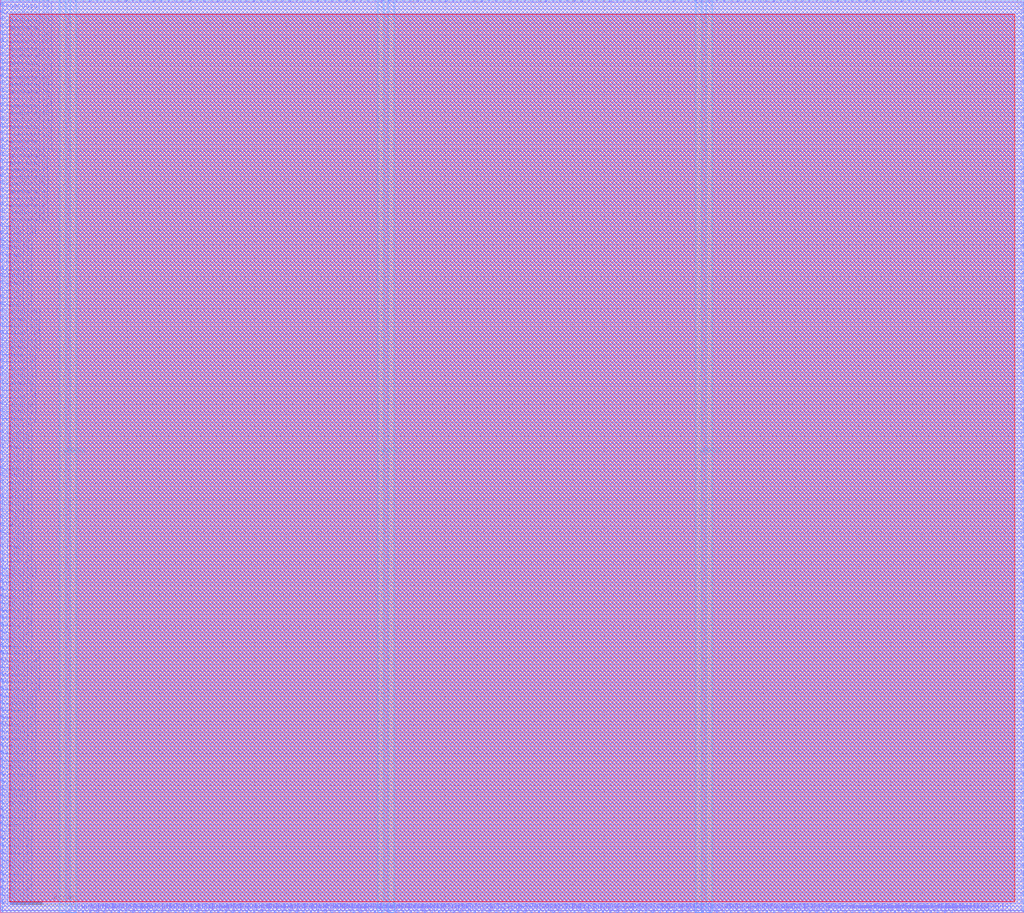
<source format=lef>
VERSION 5.7 ;
  NOWIREEXTENSIONATPIN ON ;
  DIVIDERCHAR "/" ;
  BUSBITCHARS "[]" ;
MACRO RegFile
  CLASS BLOCK ;
  FOREIGN RegFile ;
  ORIGIN 0.000 0.000 ;
  SIZE 322.000 BY 287.280 ;
  PIN E1BEG[0]
    DIRECTION OUTPUT ;
    USE SIGNAL ;
    ANTENNADIFFAREA 0.897600 ;
    PORT
      LAYER Metal3 ;
        RECT 321.440 108.640 322.000 109.200 ;
    END
  END E1BEG[0]
  PIN E1BEG[1]
    DIRECTION OUTPUT ;
    USE SIGNAL ;
    ANTENNADIFFAREA 0.897600 ;
    PORT
      LAYER Metal3 ;
        RECT 321.440 110.880 322.000 111.440 ;
    END
  END E1BEG[1]
  PIN E1BEG[2]
    DIRECTION OUTPUT ;
    USE SIGNAL ;
    ANTENNADIFFAREA 0.897600 ;
    PORT
      LAYER Metal3 ;
        RECT 321.440 113.120 322.000 113.680 ;
    END
  END E1BEG[2]
  PIN E1BEG[3]
    DIRECTION OUTPUT ;
    USE SIGNAL ;
    ANTENNADIFFAREA 0.897600 ;
    PORT
      LAYER Metal3 ;
        RECT 321.440 115.360 322.000 115.920 ;
    END
  END E1BEG[3]
  PIN E1END[0]
    DIRECTION INPUT ;
    USE SIGNAL ;
    ANTENNAGATEAREA 4.513500 ;
    PORT
      LAYER Metal3 ;
        RECT 0.000 108.640 0.560 109.200 ;
    END
  END E1END[0]
  PIN E1END[1]
    DIRECTION INPUT ;
    USE SIGNAL ;
    ANTENNAGATEAREA 4.513500 ;
    PORT
      LAYER Metal3 ;
        RECT 0.000 110.880 0.560 111.440 ;
    END
  END E1END[1]
  PIN E1END[2]
    DIRECTION INPUT ;
    USE SIGNAL ;
    ANTENNAGATEAREA 5.516500 ;
    PORT
      LAYER Metal3 ;
        RECT 0.000 113.120 0.560 113.680 ;
    END
  END E1END[2]
  PIN E1END[3]
    DIRECTION INPUT ;
    USE SIGNAL ;
    ANTENNAGATEAREA 5.516500 ;
    PORT
      LAYER Metal3 ;
        RECT 0.000 115.360 0.560 115.920 ;
    END
  END E1END[3]
  PIN E2BEG[0]
    DIRECTION OUTPUT ;
    USE SIGNAL ;
    ANTENNADIFFAREA 0.897600 ;
    PORT
      LAYER Metal3 ;
        RECT 321.440 117.600 322.000 118.160 ;
    END
  END E2BEG[0]
  PIN E2BEG[1]
    DIRECTION OUTPUT ;
    USE SIGNAL ;
    ANTENNADIFFAREA 0.897600 ;
    PORT
      LAYER Metal3 ;
        RECT 321.440 119.840 322.000 120.400 ;
    END
  END E2BEG[1]
  PIN E2BEG[2]
    DIRECTION OUTPUT ;
    USE SIGNAL ;
    ANTENNADIFFAREA 0.897600 ;
    PORT
      LAYER Metal3 ;
        RECT 321.440 122.080 322.000 122.640 ;
    END
  END E2BEG[2]
  PIN E2BEG[3]
    DIRECTION OUTPUT ;
    USE SIGNAL ;
    ANTENNADIFFAREA 0.897600 ;
    PORT
      LAYER Metal3 ;
        RECT 321.440 124.320 322.000 124.880 ;
    END
  END E2BEG[3]
  PIN E2BEG[4]
    DIRECTION OUTPUT ;
    USE SIGNAL ;
    ANTENNADIFFAREA 0.897600 ;
    PORT
      LAYER Metal3 ;
        RECT 321.440 126.560 322.000 127.120 ;
    END
  END E2BEG[4]
  PIN E2BEG[5]
    DIRECTION OUTPUT ;
    USE SIGNAL ;
    ANTENNADIFFAREA 0.897600 ;
    PORT
      LAYER Metal3 ;
        RECT 321.440 128.800 322.000 129.360 ;
    END
  END E2BEG[5]
  PIN E2BEG[6]
    DIRECTION OUTPUT ;
    USE SIGNAL ;
    ANTENNADIFFAREA 0.897600 ;
    PORT
      LAYER Metal3 ;
        RECT 321.440 131.040 322.000 131.600 ;
    END
  END E2BEG[6]
  PIN E2BEG[7]
    DIRECTION OUTPUT ;
    USE SIGNAL ;
    ANTENNADIFFAREA 0.897600 ;
    PORT
      LAYER Metal3 ;
        RECT 321.440 133.280 322.000 133.840 ;
    END
  END E2BEG[7]
  PIN E2BEGb[0]
    DIRECTION OUTPUT ;
    USE SIGNAL ;
    ANTENNADIFFAREA 0.897600 ;
    PORT
      LAYER Metal3 ;
        RECT 321.440 135.520 322.000 136.080 ;
    END
  END E2BEGb[0]
  PIN E2BEGb[1]
    DIRECTION OUTPUT ;
    USE SIGNAL ;
    ANTENNADIFFAREA 0.897600 ;
    PORT
      LAYER Metal3 ;
        RECT 321.440 137.760 322.000 138.320 ;
    END
  END E2BEGb[1]
  PIN E2BEGb[2]
    DIRECTION OUTPUT ;
    USE SIGNAL ;
    ANTENNADIFFAREA 0.897600 ;
    PORT
      LAYER Metal3 ;
        RECT 321.440 140.000 322.000 140.560 ;
    END
  END E2BEGb[2]
  PIN E2BEGb[3]
    DIRECTION OUTPUT ;
    USE SIGNAL ;
    ANTENNADIFFAREA 0.897600 ;
    PORT
      LAYER Metal3 ;
        RECT 321.440 142.240 322.000 142.800 ;
    END
  END E2BEGb[3]
  PIN E2BEGb[4]
    DIRECTION OUTPUT ;
    USE SIGNAL ;
    ANTENNADIFFAREA 0.897600 ;
    PORT
      LAYER Metal3 ;
        RECT 321.440 144.480 322.000 145.040 ;
    END
  END E2BEGb[4]
  PIN E2BEGb[5]
    DIRECTION OUTPUT ;
    USE SIGNAL ;
    ANTENNADIFFAREA 0.897600 ;
    PORT
      LAYER Metal3 ;
        RECT 321.440 146.720 322.000 147.280 ;
    END
  END E2BEGb[5]
  PIN E2BEGb[6]
    DIRECTION OUTPUT ;
    USE SIGNAL ;
    ANTENNADIFFAREA 0.897600 ;
    PORT
      LAYER Metal3 ;
        RECT 321.440 148.960 322.000 149.520 ;
    END
  END E2BEGb[6]
  PIN E2BEGb[7]
    DIRECTION OUTPUT ;
    USE SIGNAL ;
    ANTENNADIFFAREA 0.897600 ;
    PORT
      LAYER Metal3 ;
        RECT 321.440 151.200 322.000 151.760 ;
    END
  END E2BEGb[7]
  PIN E2END[0]
    DIRECTION INPUT ;
    USE SIGNAL ;
    ANTENNAGATEAREA 2.507500 ;
    PORT
      LAYER Metal3 ;
        RECT 0.000 135.520 0.560 136.080 ;
    END
  END E2END[0]
  PIN E2END[1]
    DIRECTION INPUT ;
    USE SIGNAL ;
    ANTENNAGATEAREA 3.108000 ;
    PORT
      LAYER Metal3 ;
        RECT 0.000 137.760 0.560 138.320 ;
    END
  END E2END[1]
  PIN E2END[2]
    DIRECTION INPUT ;
    USE SIGNAL ;
    ANTENNAGATEAREA 5.009000 ;
    PORT
      LAYER Metal3 ;
        RECT 0.000 140.000 0.560 140.560 ;
    END
  END E2END[2]
  PIN E2END[3]
    DIRECTION INPUT ;
    USE SIGNAL ;
    ANTENNAGATEAREA 4.459500 ;
    PORT
      LAYER Metal3 ;
        RECT 0.000 142.240 0.560 142.800 ;
    END
  END E2END[3]
  PIN E2END[4]
    DIRECTION INPUT ;
    USE SIGNAL ;
    ANTENNAGATEAREA 2.507500 ;
    PORT
      LAYER Metal3 ;
        RECT 0.000 144.480 0.560 145.040 ;
    END
  END E2END[4]
  PIN E2END[5]
    DIRECTION INPUT ;
    USE SIGNAL ;
    ANTENNAGATEAREA 3.009000 ;
    PORT
      LAYER Metal3 ;
        RECT 0.000 146.720 0.560 147.280 ;
    END
  END E2END[5]
  PIN E2END[6]
    DIRECTION INPUT ;
    USE SIGNAL ;
    ANTENNAGATEAREA 3.009000 ;
    PORT
      LAYER Metal3 ;
        RECT 0.000 148.960 0.560 149.520 ;
    END
  END E2END[6]
  PIN E2END[7]
    DIRECTION INPUT ;
    USE SIGNAL ;
    ANTENNAGATEAREA 2.507500 ;
    PORT
      LAYER Metal3 ;
        RECT 0.000 151.200 0.560 151.760 ;
    END
  END E2END[7]
  PIN E2MID[0]
    DIRECTION INPUT ;
    USE SIGNAL ;
    ANTENNAGATEAREA 1.898000 ;
    PORT
      LAYER Metal3 ;
        RECT 0.000 117.600 0.560 118.160 ;
    END
  END E2MID[0]
  PIN E2MID[1]
    DIRECTION INPUT ;
    USE SIGNAL ;
    ANTENNAGATEAREA 3.105000 ;
    PORT
      LAYER Metal3 ;
        RECT 0.000 119.840 0.560 120.400 ;
    END
  END E2MID[1]
  PIN E2MID[2]
    DIRECTION INPUT ;
    USE SIGNAL ;
    ANTENNAGATEAREA 2.003000 ;
    PORT
      LAYER Metal3 ;
        RECT 0.000 122.080 0.560 122.640 ;
    END
  END E2MID[2]
  PIN E2MID[3]
    DIRECTION INPUT ;
    USE SIGNAL ;
    ANTENNAGATEAREA 3.705500 ;
    PORT
      LAYER Metal3 ;
        RECT 0.000 124.320 0.560 124.880 ;
    END
  END E2MID[3]
  PIN E2MID[4]
    DIRECTION INPUT ;
    USE SIGNAL ;
    ANTENNAGATEAREA 2.603500 ;
    PORT
      LAYER Metal3 ;
        RECT 0.000 126.560 0.560 127.120 ;
    END
  END E2MID[4]
  PIN E2MID[5]
    DIRECTION INPUT ;
    USE SIGNAL ;
    ANTENNAGATEAREA 2.504500 ;
    PORT
      LAYER Metal3 ;
        RECT 0.000 128.800 0.560 129.360 ;
    END
  END E2MID[5]
  PIN E2MID[6]
    DIRECTION INPUT ;
    USE SIGNAL ;
    ANTENNAGATEAREA 1.898000 ;
    PORT
      LAYER Metal3 ;
        RECT 0.000 131.040 0.560 131.600 ;
    END
  END E2MID[6]
  PIN E2MID[7]
    DIRECTION INPUT ;
    USE SIGNAL ;
    ANTENNAGATEAREA 3.105000 ;
    PORT
      LAYER Metal3 ;
        RECT 0.000 133.280 0.560 133.840 ;
    END
  END E2MID[7]
  PIN E6BEG[0]
    DIRECTION OUTPUT ;
    USE SIGNAL ;
    ANTENNADIFFAREA 0.897600 ;
    PORT
      LAYER Metal3 ;
        RECT 321.440 189.280 322.000 189.840 ;
    END
  END E6BEG[0]
  PIN E6BEG[10]
    DIRECTION OUTPUT ;
    USE SIGNAL ;
    ANTENNADIFFAREA 0.897600 ;
    PORT
      LAYER Metal3 ;
        RECT 321.440 211.680 322.000 212.240 ;
    END
  END E6BEG[10]
  PIN E6BEG[11]
    DIRECTION OUTPUT ;
    USE SIGNAL ;
    ANTENNADIFFAREA 0.897600 ;
    PORT
      LAYER Metal3 ;
        RECT 321.440 213.920 322.000 214.480 ;
    END
  END E6BEG[11]
  PIN E6BEG[1]
    DIRECTION OUTPUT ;
    USE SIGNAL ;
    ANTENNADIFFAREA 0.897600 ;
    PORT
      LAYER Metal3 ;
        RECT 321.440 191.520 322.000 192.080 ;
    END
  END E6BEG[1]
  PIN E6BEG[2]
    DIRECTION OUTPUT ;
    USE SIGNAL ;
    ANTENNADIFFAREA 0.897600 ;
    PORT
      LAYER Metal3 ;
        RECT 321.440 193.760 322.000 194.320 ;
    END
  END E6BEG[2]
  PIN E6BEG[3]
    DIRECTION OUTPUT ;
    USE SIGNAL ;
    ANTENNADIFFAREA 0.897600 ;
    PORT
      LAYER Metal3 ;
        RECT 321.440 196.000 322.000 196.560 ;
    END
  END E6BEG[3]
  PIN E6BEG[4]
    DIRECTION OUTPUT ;
    USE SIGNAL ;
    ANTENNADIFFAREA 0.897600 ;
    PORT
      LAYER Metal3 ;
        RECT 321.440 198.240 322.000 198.800 ;
    END
  END E6BEG[4]
  PIN E6BEG[5]
    DIRECTION OUTPUT ;
    USE SIGNAL ;
    ANTENNADIFFAREA 0.897600 ;
    PORT
      LAYER Metal3 ;
        RECT 321.440 200.480 322.000 201.040 ;
    END
  END E6BEG[5]
  PIN E6BEG[6]
    DIRECTION OUTPUT ;
    USE SIGNAL ;
    ANTENNADIFFAREA 0.897600 ;
    PORT
      LAYER Metal3 ;
        RECT 321.440 202.720 322.000 203.280 ;
    END
  END E6BEG[6]
  PIN E6BEG[7]
    DIRECTION OUTPUT ;
    USE SIGNAL ;
    ANTENNADIFFAREA 0.897600 ;
    PORT
      LAYER Metal3 ;
        RECT 321.440 204.960 322.000 205.520 ;
    END
  END E6BEG[7]
  PIN E6BEG[8]
    DIRECTION OUTPUT ;
    USE SIGNAL ;
    ANTENNADIFFAREA 0.897600 ;
    PORT
      LAYER Metal3 ;
        RECT 321.440 207.200 322.000 207.760 ;
    END
  END E6BEG[8]
  PIN E6BEG[9]
    DIRECTION OUTPUT ;
    USE SIGNAL ;
    ANTENNADIFFAREA 0.897600 ;
    PORT
      LAYER Metal3 ;
        RECT 321.440 209.440 322.000 210.000 ;
    END
  END E6BEG[9]
  PIN E6END[0]
    DIRECTION INPUT ;
    USE SIGNAL ;
    ANTENNAGATEAREA 6.414500 ;
    PORT
      LAYER Metal3 ;
        RECT 0.000 189.280 0.560 189.840 ;
    END
  END E6END[0]
  PIN E6END[10]
    DIRECTION INPUT ;
    USE SIGNAL ;
    ANTENNAGATEAREA 0.498500 ;
    ANTENNADIFFAREA 0.410400 ;
    PORT
      LAYER Metal3 ;
        RECT 0.000 211.680 0.560 212.240 ;
    END
  END E6END[10]
  PIN E6END[11]
    DIRECTION INPUT ;
    USE SIGNAL ;
    ANTENNAGATEAREA 0.498500 ;
    PORT
      LAYER Metal3 ;
        RECT 0.000 213.920 0.560 214.480 ;
    END
  END E6END[11]
  PIN E6END[1]
    DIRECTION INPUT ;
    USE SIGNAL ;
    ANTENNAGATEAREA 6.618500 ;
    PORT
      LAYER Metal3 ;
        RECT 0.000 191.520 0.560 192.080 ;
    END
  END E6END[1]
  PIN E6END[2]
    DIRECTION INPUT ;
    USE SIGNAL ;
    ANTENNAGATEAREA 0.498500 ;
    PORT
      LAYER Metal3 ;
        RECT 0.000 193.760 0.560 194.320 ;
    END
  END E6END[2]
  PIN E6END[3]
    DIRECTION INPUT ;
    USE SIGNAL ;
    ANTENNAGATEAREA 0.498500 ;
    PORT
      LAYER Metal3 ;
        RECT 0.000 196.000 0.560 196.560 ;
    END
  END E6END[3]
  PIN E6END[4]
    DIRECTION INPUT ;
    USE SIGNAL ;
    ANTENNAGATEAREA 0.498500 ;
    PORT
      LAYER Metal3 ;
        RECT 0.000 198.240 0.560 198.800 ;
    END
  END E6END[4]
  PIN E6END[5]
    DIRECTION INPUT ;
    USE SIGNAL ;
    ANTENNAGATEAREA 0.498500 ;
    PORT
      LAYER Metal3 ;
        RECT 0.000 200.480 0.560 201.040 ;
    END
  END E6END[5]
  PIN E6END[6]
    DIRECTION INPUT ;
    USE SIGNAL ;
    ANTENNAGATEAREA 0.498500 ;
    PORT
      LAYER Metal3 ;
        RECT 0.000 202.720 0.560 203.280 ;
    END
  END E6END[6]
  PIN E6END[7]
    DIRECTION INPUT ;
    USE SIGNAL ;
    ANTENNAGATEAREA 0.498500 ;
    PORT
      LAYER Metal3 ;
        RECT 0.000 204.960 0.560 205.520 ;
    END
  END E6END[7]
  PIN E6END[8]
    DIRECTION INPUT ;
    USE SIGNAL ;
    ANTENNAGATEAREA 0.498500 ;
    ANTENNADIFFAREA 0.410400 ;
    PORT
      LAYER Metal3 ;
        RECT 0.000 207.200 0.560 207.760 ;
    END
  END E6END[8]
  PIN E6END[9]
    DIRECTION INPUT ;
    USE SIGNAL ;
    ANTENNAGATEAREA 0.498500 ;
    ANTENNADIFFAREA 0.410400 ;
    PORT
      LAYER Metal3 ;
        RECT 0.000 209.440 0.560 210.000 ;
    END
  END E6END[9]
  PIN EE4BEG[0]
    DIRECTION OUTPUT ;
    USE SIGNAL ;
    ANTENNADIFFAREA 0.897600 ;
    PORT
      LAYER Metal3 ;
        RECT 321.440 153.440 322.000 154.000 ;
    END
  END EE4BEG[0]
  PIN EE4BEG[10]
    DIRECTION OUTPUT ;
    USE SIGNAL ;
    ANTENNADIFFAREA 0.897600 ;
    PORT
      LAYER Metal3 ;
        RECT 321.440 175.840 322.000 176.400 ;
    END
  END EE4BEG[10]
  PIN EE4BEG[11]
    DIRECTION OUTPUT ;
    USE SIGNAL ;
    ANTENNADIFFAREA 0.897600 ;
    PORT
      LAYER Metal3 ;
        RECT 321.440 178.080 322.000 178.640 ;
    END
  END EE4BEG[11]
  PIN EE4BEG[12]
    DIRECTION OUTPUT ;
    USE SIGNAL ;
    ANTENNADIFFAREA 0.897600 ;
    PORT
      LAYER Metal3 ;
        RECT 321.440 180.320 322.000 180.880 ;
    END
  END EE4BEG[12]
  PIN EE4BEG[13]
    DIRECTION OUTPUT ;
    USE SIGNAL ;
    ANTENNADIFFAREA 0.897600 ;
    PORT
      LAYER Metal3 ;
        RECT 321.440 182.560 322.000 183.120 ;
    END
  END EE4BEG[13]
  PIN EE4BEG[14]
    DIRECTION OUTPUT ;
    USE SIGNAL ;
    ANTENNADIFFAREA 0.897600 ;
    PORT
      LAYER Metal3 ;
        RECT 321.440 184.800 322.000 185.360 ;
    END
  END EE4BEG[14]
  PIN EE4BEG[15]
    DIRECTION OUTPUT ;
    USE SIGNAL ;
    ANTENNADIFFAREA 0.897600 ;
    PORT
      LAYER Metal3 ;
        RECT 321.440 187.040 322.000 187.600 ;
    END
  END EE4BEG[15]
  PIN EE4BEG[1]
    DIRECTION OUTPUT ;
    USE SIGNAL ;
    ANTENNADIFFAREA 0.897600 ;
    PORT
      LAYER Metal3 ;
        RECT 321.440 155.680 322.000 156.240 ;
    END
  END EE4BEG[1]
  PIN EE4BEG[2]
    DIRECTION OUTPUT ;
    USE SIGNAL ;
    ANTENNADIFFAREA 0.897600 ;
    PORT
      LAYER Metal3 ;
        RECT 321.440 157.920 322.000 158.480 ;
    END
  END EE4BEG[2]
  PIN EE4BEG[3]
    DIRECTION OUTPUT ;
    USE SIGNAL ;
    ANTENNADIFFAREA 0.897600 ;
    PORT
      LAYER Metal3 ;
        RECT 321.440 160.160 322.000 160.720 ;
    END
  END EE4BEG[3]
  PIN EE4BEG[4]
    DIRECTION OUTPUT ;
    USE SIGNAL ;
    ANTENNADIFFAREA 0.897600 ;
    PORT
      LAYER Metal3 ;
        RECT 321.440 162.400 322.000 162.960 ;
    END
  END EE4BEG[4]
  PIN EE4BEG[5]
    DIRECTION OUTPUT ;
    USE SIGNAL ;
    ANTENNADIFFAREA 0.897600 ;
    PORT
      LAYER Metal3 ;
        RECT 321.440 164.640 322.000 165.200 ;
    END
  END EE4BEG[5]
  PIN EE4BEG[6]
    DIRECTION OUTPUT ;
    USE SIGNAL ;
    ANTENNADIFFAREA 0.897600 ;
    PORT
      LAYER Metal3 ;
        RECT 321.440 166.880 322.000 167.440 ;
    END
  END EE4BEG[6]
  PIN EE4BEG[7]
    DIRECTION OUTPUT ;
    USE SIGNAL ;
    ANTENNADIFFAREA 0.897600 ;
    PORT
      LAYER Metal3 ;
        RECT 321.440 169.120 322.000 169.680 ;
    END
  END EE4BEG[7]
  PIN EE4BEG[8]
    DIRECTION OUTPUT ;
    USE SIGNAL ;
    ANTENNADIFFAREA 0.897600 ;
    PORT
      LAYER Metal3 ;
        RECT 321.440 171.360 322.000 171.920 ;
    END
  END EE4BEG[8]
  PIN EE4BEG[9]
    DIRECTION OUTPUT ;
    USE SIGNAL ;
    ANTENNADIFFAREA 0.897600 ;
    PORT
      LAYER Metal3 ;
        RECT 321.440 173.600 322.000 174.160 ;
    END
  END EE4BEG[9]
  PIN EE4END[0]
    DIRECTION INPUT ;
    USE SIGNAL ;
    ANTENNAGATEAREA 2.402500 ;
    PORT
      LAYER Metal3 ;
        RECT 0.000 153.440 0.560 154.000 ;
    END
  END EE4END[0]
  PIN EE4END[10]
    DIRECTION INPUT ;
    USE SIGNAL ;
    ANTENNAGATEAREA 0.498500 ;
    PORT
      LAYER Metal3 ;
        RECT 0.000 175.840 0.560 176.400 ;
    END
  END EE4END[10]
  PIN EE4END[11]
    DIRECTION INPUT ;
    USE SIGNAL ;
    ANTENNAGATEAREA 0.498500 ;
    PORT
      LAYER Metal3 ;
        RECT 0.000 178.080 0.560 178.640 ;
    END
  END EE4END[11]
  PIN EE4END[12]
    DIRECTION INPUT ;
    USE SIGNAL ;
    ANTENNAGATEAREA 0.498500 ;
    PORT
      LAYER Metal3 ;
        RECT 0.000 180.320 0.560 180.880 ;
    END
  END EE4END[12]
  PIN EE4END[13]
    DIRECTION INPUT ;
    USE SIGNAL ;
    ANTENNAGATEAREA 0.498500 ;
    ANTENNADIFFAREA 0.410400 ;
    PORT
      LAYER Metal3 ;
        RECT 0.000 182.560 0.560 183.120 ;
    END
  END EE4END[13]
  PIN EE4END[14]
    DIRECTION INPUT ;
    USE SIGNAL ;
    ANTENNAGATEAREA 0.498500 ;
    PORT
      LAYER Metal3 ;
        RECT 0.000 184.800 0.560 185.360 ;
    END
  END EE4END[14]
  PIN EE4END[15]
    DIRECTION INPUT ;
    USE SIGNAL ;
    ANTENNAGATEAREA 0.498500 ;
    ANTENNADIFFAREA 0.410400 ;
    PORT
      LAYER Metal3 ;
        RECT 0.000 187.040 0.560 187.600 ;
    END
  END EE4END[15]
  PIN EE4END[1]
    DIRECTION INPUT ;
    USE SIGNAL ;
    ANTENNAGATEAREA 1.901000 ;
    PORT
      LAYER Metal3 ;
        RECT 0.000 155.680 0.560 156.240 ;
    END
  END EE4END[1]
  PIN EE4END[2]
    DIRECTION INPUT ;
    USE SIGNAL ;
    ANTENNAGATEAREA 2.006000 ;
    PORT
      LAYER Metal3 ;
        RECT 0.000 157.920 0.560 158.480 ;
    END
  END EE4END[2]
  PIN EE4END[3]
    DIRECTION INPUT ;
    USE SIGNAL ;
    ANTENNAGATEAREA 2.606500 ;
    PORT
      LAYER Metal3 ;
        RECT 0.000 160.160 0.560 160.720 ;
    END
  END EE4END[3]
  PIN EE4END[4]
    DIRECTION INPUT ;
    USE SIGNAL ;
    ANTENNAGATEAREA 0.498500 ;
    PORT
      LAYER Metal3 ;
        RECT 0.000 162.400 0.560 162.960 ;
    END
  END EE4END[4]
  PIN EE4END[5]
    DIRECTION INPUT ;
    USE SIGNAL ;
    ANTENNAGATEAREA 0.498500 ;
    PORT
      LAYER Metal3 ;
        RECT 0.000 164.640 0.560 165.200 ;
    END
  END EE4END[5]
  PIN EE4END[6]
    DIRECTION INPUT ;
    USE SIGNAL ;
    ANTENNAGATEAREA 0.498500 ;
    PORT
      LAYER Metal3 ;
        RECT 0.000 166.880 0.560 167.440 ;
    END
  END EE4END[6]
  PIN EE4END[7]
    DIRECTION INPUT ;
    USE SIGNAL ;
    ANTENNAGATEAREA 0.498500 ;
    PORT
      LAYER Metal3 ;
        RECT 0.000 169.120 0.560 169.680 ;
    END
  END EE4END[7]
  PIN EE4END[8]
    DIRECTION INPUT ;
    USE SIGNAL ;
    ANTENNAGATEAREA 0.498500 ;
    PORT
      LAYER Metal3 ;
        RECT 0.000 171.360 0.560 171.920 ;
    END
  END EE4END[8]
  PIN EE4END[9]
    DIRECTION INPUT ;
    USE SIGNAL ;
    ANTENNAGATEAREA 0.498500 ;
    PORT
      LAYER Metal3 ;
        RECT 0.000 173.600 0.560 174.160 ;
    END
  END EE4END[9]
  PIN FrameData[0]
    DIRECTION INPUT ;
    USE SIGNAL ;
    ANTENNAGATEAREA 7.122500 ;
    PORT
      LAYER Metal3 ;
        RECT 0.000 216.160 0.560 216.720 ;
    END
  END FrameData[0]
  PIN FrameData[10]
    DIRECTION INPUT ;
    USE SIGNAL ;
    ANTENNAGATEAREA 7.674500 ;
    PORT
      LAYER Metal3 ;
        RECT 0.000 238.560 0.560 239.120 ;
    END
  END FrameData[10]
  PIN FrameData[11]
    DIRECTION INPUT ;
    USE SIGNAL ;
    ANTENNAGATEAREA 7.674500 ;
    PORT
      LAYER Metal3 ;
        RECT 0.000 240.800 0.560 241.360 ;
    END
  END FrameData[11]
  PIN FrameData[12]
    DIRECTION INPUT ;
    USE SIGNAL ;
    ANTENNAGATEAREA 7.674500 ;
    PORT
      LAYER Metal3 ;
        RECT 0.000 243.040 0.560 243.600 ;
    END
  END FrameData[12]
  PIN FrameData[13]
    DIRECTION INPUT ;
    USE SIGNAL ;
    ANTENNAGATEAREA 7.674500 ;
    PORT
      LAYER Metal3 ;
        RECT 0.000 245.280 0.560 245.840 ;
    END
  END FrameData[13]
  PIN FrameData[14]
    DIRECTION INPUT ;
    USE SIGNAL ;
    ANTENNAGATEAREA 7.674500 ;
    PORT
      LAYER Metal3 ;
        RECT 0.000 247.520 0.560 248.080 ;
    END
  END FrameData[14]
  PIN FrameData[15]
    DIRECTION INPUT ;
    USE SIGNAL ;
    ANTENNAGATEAREA 7.674500 ;
    PORT
      LAYER Metal3 ;
        RECT 0.000 249.760 0.560 250.320 ;
    END
  END FrameData[15]
  PIN FrameData[16]
    DIRECTION INPUT ;
    USE SIGNAL ;
    ANTENNAGATEAREA 7.674500 ;
    PORT
      LAYER Metal3 ;
        RECT 0.000 252.000 0.560 252.560 ;
    END
  END FrameData[16]
  PIN FrameData[17]
    DIRECTION INPUT ;
    USE SIGNAL ;
    ANTENNAGATEAREA 7.674500 ;
    PORT
      LAYER Metal3 ;
        RECT 0.000 254.240 0.560 254.800 ;
    END
  END FrameData[17]
  PIN FrameData[18]
    DIRECTION INPUT ;
    USE SIGNAL ;
    ANTENNAGATEAREA 7.674500 ;
    PORT
      LAYER Metal3 ;
        RECT 0.000 256.480 0.560 257.040 ;
    END
  END FrameData[18]
  PIN FrameData[19]
    DIRECTION INPUT ;
    USE SIGNAL ;
    ANTENNAGATEAREA 7.674500 ;
    PORT
      LAYER Metal3 ;
        RECT 0.000 258.720 0.560 259.280 ;
    END
  END FrameData[19]
  PIN FrameData[1]
    DIRECTION INPUT ;
    USE SIGNAL ;
    ANTENNAGATEAREA 7.122500 ;
    PORT
      LAYER Metal3 ;
        RECT 0.000 218.400 0.560 218.960 ;
    END
  END FrameData[1]
  PIN FrameData[20]
    DIRECTION INPUT ;
    USE SIGNAL ;
    ANTENNAGATEAREA 7.674500 ;
    PORT
      LAYER Metal3 ;
        RECT 0.000 260.960 0.560 261.520 ;
    END
  END FrameData[20]
  PIN FrameData[21]
    DIRECTION INPUT ;
    USE SIGNAL ;
    ANTENNAGATEAREA 7.674500 ;
    PORT
      LAYER Metal3 ;
        RECT 0.000 263.200 0.560 263.760 ;
    END
  END FrameData[21]
  PIN FrameData[22]
    DIRECTION INPUT ;
    USE SIGNAL ;
    ANTENNAGATEAREA 7.674500 ;
    PORT
      LAYER Metal3 ;
        RECT 0.000 265.440 0.560 266.000 ;
    END
  END FrameData[22]
  PIN FrameData[23]
    DIRECTION INPUT ;
    USE SIGNAL ;
    ANTENNAGATEAREA 7.674500 ;
    PORT
      LAYER Metal3 ;
        RECT 0.000 267.680 0.560 268.240 ;
    END
  END FrameData[23]
  PIN FrameData[24]
    DIRECTION INPUT ;
    USE SIGNAL ;
    ANTENNAGATEAREA 7.674500 ;
    PORT
      LAYER Metal3 ;
        RECT 0.000 269.920 0.560 270.480 ;
    END
  END FrameData[24]
  PIN FrameData[25]
    DIRECTION INPUT ;
    USE SIGNAL ;
    ANTENNAGATEAREA 7.674500 ;
    PORT
      LAYER Metal3 ;
        RECT 0.000 272.160 0.560 272.720 ;
    END
  END FrameData[25]
  PIN FrameData[26]
    DIRECTION INPUT ;
    USE SIGNAL ;
    ANTENNAGATEAREA 7.674500 ;
    PORT
      LAYER Metal3 ;
        RECT 0.000 274.400 0.560 274.960 ;
    END
  END FrameData[26]
  PIN FrameData[27]
    DIRECTION INPUT ;
    USE SIGNAL ;
    ANTENNAGATEAREA 7.674500 ;
    PORT
      LAYER Metal3 ;
        RECT 0.000 276.640 0.560 277.200 ;
    END
  END FrameData[27]
  PIN FrameData[28]
    DIRECTION INPUT ;
    USE SIGNAL ;
    ANTENNAGATEAREA 7.674500 ;
    PORT
      LAYER Metal3 ;
        RECT 0.000 278.880 0.560 279.440 ;
    END
  END FrameData[28]
  PIN FrameData[29]
    DIRECTION INPUT ;
    USE SIGNAL ;
    ANTENNAGATEAREA 7.674500 ;
    PORT
      LAYER Metal3 ;
        RECT 0.000 281.120 0.560 281.680 ;
    END
  END FrameData[29]
  PIN FrameData[2]
    DIRECTION INPUT ;
    USE SIGNAL ;
    ANTENNAGATEAREA 7.674500 ;
    PORT
      LAYER Metal3 ;
        RECT 0.000 220.640 0.560 221.200 ;
    END
  END FrameData[2]
  PIN FrameData[30]
    DIRECTION INPUT ;
    USE SIGNAL ;
    ANTENNAGATEAREA 7.674500 ;
    PORT
      LAYER Metal3 ;
        RECT 0.000 283.360 0.560 283.920 ;
    END
  END FrameData[30]
  PIN FrameData[31]
    DIRECTION INPUT ;
    USE SIGNAL ;
    ANTENNAGATEAREA 7.674500 ;
    PORT
      LAYER Metal3 ;
        RECT 0.000 285.600 0.560 286.160 ;
    END
  END FrameData[31]
  PIN FrameData[3]
    DIRECTION INPUT ;
    USE SIGNAL ;
    ANTENNAGATEAREA 7.674500 ;
    PORT
      LAYER Metal3 ;
        RECT 0.000 222.880 0.560 223.440 ;
    END
  END FrameData[3]
  PIN FrameData[4]
    DIRECTION INPUT ;
    USE SIGNAL ;
    ANTENNAGATEAREA 7.674500 ;
    PORT
      LAYER Metal3 ;
        RECT 0.000 225.120 0.560 225.680 ;
    END
  END FrameData[4]
  PIN FrameData[5]
    DIRECTION INPUT ;
    USE SIGNAL ;
    ANTENNAGATEAREA 7.674500 ;
    PORT
      LAYER Metal3 ;
        RECT 0.000 227.360 0.560 227.920 ;
    END
  END FrameData[5]
  PIN FrameData[6]
    DIRECTION INPUT ;
    USE SIGNAL ;
    ANTENNAGATEAREA 7.674500 ;
    PORT
      LAYER Metal3 ;
        RECT 0.000 229.600 0.560 230.160 ;
    END
  END FrameData[6]
  PIN FrameData[7]
    DIRECTION INPUT ;
    USE SIGNAL ;
    ANTENNAGATEAREA 7.674500 ;
    PORT
      LAYER Metal3 ;
        RECT 0.000 231.840 0.560 232.400 ;
    END
  END FrameData[7]
  PIN FrameData[8]
    DIRECTION INPUT ;
    USE SIGNAL ;
    ANTENNAGATEAREA 7.674500 ;
    PORT
      LAYER Metal3 ;
        RECT 0.000 234.080 0.560 234.640 ;
    END
  END FrameData[8]
  PIN FrameData[9]
    DIRECTION INPUT ;
    USE SIGNAL ;
    ANTENNAGATEAREA 7.674500 ;
    PORT
      LAYER Metal3 ;
        RECT 0.000 236.320 0.560 236.880 ;
    END
  END FrameData[9]
  PIN FrameData_O[0]
    DIRECTION OUTPUT ;
    USE SIGNAL ;
    ANTENNADIFFAREA 0.897600 ;
    PORT
      LAYER Metal3 ;
        RECT 321.440 216.160 322.000 216.720 ;
    END
  END FrameData_O[0]
  PIN FrameData_O[10]
    DIRECTION OUTPUT ;
    USE SIGNAL ;
    ANTENNADIFFAREA 0.897600 ;
    PORT
      LAYER Metal3 ;
        RECT 321.440 238.560 322.000 239.120 ;
    END
  END FrameData_O[10]
  PIN FrameData_O[11]
    DIRECTION OUTPUT ;
    USE SIGNAL ;
    ANTENNADIFFAREA 0.897600 ;
    PORT
      LAYER Metal3 ;
        RECT 321.440 240.800 322.000 241.360 ;
    END
  END FrameData_O[11]
  PIN FrameData_O[12]
    DIRECTION OUTPUT ;
    USE SIGNAL ;
    ANTENNADIFFAREA 0.897600 ;
    PORT
      LAYER Metal3 ;
        RECT 321.440 243.040 322.000 243.600 ;
    END
  END FrameData_O[12]
  PIN FrameData_O[13]
    DIRECTION OUTPUT ;
    USE SIGNAL ;
    ANTENNADIFFAREA 0.897600 ;
    PORT
      LAYER Metal3 ;
        RECT 321.440 245.280 322.000 245.840 ;
    END
  END FrameData_O[13]
  PIN FrameData_O[14]
    DIRECTION OUTPUT ;
    USE SIGNAL ;
    ANTENNADIFFAREA 0.897600 ;
    PORT
      LAYER Metal3 ;
        RECT 321.440 247.520 322.000 248.080 ;
    END
  END FrameData_O[14]
  PIN FrameData_O[15]
    DIRECTION OUTPUT ;
    USE SIGNAL ;
    ANTENNADIFFAREA 0.897600 ;
    PORT
      LAYER Metal3 ;
        RECT 321.440 249.760 322.000 250.320 ;
    END
  END FrameData_O[15]
  PIN FrameData_O[16]
    DIRECTION OUTPUT ;
    USE SIGNAL ;
    ANTENNADIFFAREA 0.897600 ;
    PORT
      LAYER Metal3 ;
        RECT 321.440 252.000 322.000 252.560 ;
    END
  END FrameData_O[16]
  PIN FrameData_O[17]
    DIRECTION OUTPUT ;
    USE SIGNAL ;
    ANTENNADIFFAREA 0.897600 ;
    PORT
      LAYER Metal3 ;
        RECT 321.440 254.240 322.000 254.800 ;
    END
  END FrameData_O[17]
  PIN FrameData_O[18]
    DIRECTION OUTPUT ;
    USE SIGNAL ;
    ANTENNADIFFAREA 0.897600 ;
    PORT
      LAYER Metal3 ;
        RECT 321.440 256.480 322.000 257.040 ;
    END
  END FrameData_O[18]
  PIN FrameData_O[19]
    DIRECTION OUTPUT ;
    USE SIGNAL ;
    ANTENNADIFFAREA 0.897600 ;
    PORT
      LAYER Metal3 ;
        RECT 321.440 258.720 322.000 259.280 ;
    END
  END FrameData_O[19]
  PIN FrameData_O[1]
    DIRECTION OUTPUT ;
    USE SIGNAL ;
    ANTENNADIFFAREA 0.897600 ;
    PORT
      LAYER Metal3 ;
        RECT 321.440 218.400 322.000 218.960 ;
    END
  END FrameData_O[1]
  PIN FrameData_O[20]
    DIRECTION OUTPUT ;
    USE SIGNAL ;
    ANTENNADIFFAREA 0.897600 ;
    PORT
      LAYER Metal3 ;
        RECT 321.440 260.960 322.000 261.520 ;
    END
  END FrameData_O[20]
  PIN FrameData_O[21]
    DIRECTION OUTPUT ;
    USE SIGNAL ;
    ANTENNADIFFAREA 0.897600 ;
    PORT
      LAYER Metal3 ;
        RECT 321.440 263.200 322.000 263.760 ;
    END
  END FrameData_O[21]
  PIN FrameData_O[22]
    DIRECTION OUTPUT ;
    USE SIGNAL ;
    ANTENNADIFFAREA 0.897600 ;
    PORT
      LAYER Metal3 ;
        RECT 321.440 265.440 322.000 266.000 ;
    END
  END FrameData_O[22]
  PIN FrameData_O[23]
    DIRECTION OUTPUT ;
    USE SIGNAL ;
    ANTENNADIFFAREA 0.897600 ;
    PORT
      LAYER Metal3 ;
        RECT 321.440 267.680 322.000 268.240 ;
    END
  END FrameData_O[23]
  PIN FrameData_O[24]
    DIRECTION OUTPUT ;
    USE SIGNAL ;
    ANTENNADIFFAREA 0.897600 ;
    PORT
      LAYER Metal3 ;
        RECT 321.440 269.920 322.000 270.480 ;
    END
  END FrameData_O[24]
  PIN FrameData_O[25]
    DIRECTION OUTPUT ;
    USE SIGNAL ;
    ANTENNADIFFAREA 0.897600 ;
    PORT
      LAYER Metal3 ;
        RECT 321.440 272.160 322.000 272.720 ;
    END
  END FrameData_O[25]
  PIN FrameData_O[26]
    DIRECTION OUTPUT ;
    USE SIGNAL ;
    ANTENNADIFFAREA 0.897600 ;
    PORT
      LAYER Metal3 ;
        RECT 321.440 274.400 322.000 274.960 ;
    END
  END FrameData_O[26]
  PIN FrameData_O[27]
    DIRECTION OUTPUT ;
    USE SIGNAL ;
    ANTENNADIFFAREA 0.897600 ;
    PORT
      LAYER Metal3 ;
        RECT 321.440 276.640 322.000 277.200 ;
    END
  END FrameData_O[27]
  PIN FrameData_O[28]
    DIRECTION OUTPUT ;
    USE SIGNAL ;
    ANTENNADIFFAREA 0.897600 ;
    PORT
      LAYER Metal3 ;
        RECT 321.440 278.880 322.000 279.440 ;
    END
  END FrameData_O[28]
  PIN FrameData_O[29]
    DIRECTION OUTPUT ;
    USE SIGNAL ;
    ANTENNADIFFAREA 0.897600 ;
    PORT
      LAYER Metal3 ;
        RECT 321.440 281.120 322.000 281.680 ;
    END
  END FrameData_O[29]
  PIN FrameData_O[2]
    DIRECTION OUTPUT ;
    USE SIGNAL ;
    ANTENNADIFFAREA 0.897600 ;
    PORT
      LAYER Metal3 ;
        RECT 321.440 220.640 322.000 221.200 ;
    END
  END FrameData_O[2]
  PIN FrameData_O[30]
    DIRECTION OUTPUT ;
    USE SIGNAL ;
    ANTENNADIFFAREA 0.897600 ;
    PORT
      LAYER Metal3 ;
        RECT 321.440 283.360 322.000 283.920 ;
    END
  END FrameData_O[30]
  PIN FrameData_O[31]
    DIRECTION OUTPUT ;
    USE SIGNAL ;
    ANTENNADIFFAREA 0.897600 ;
    PORT
      LAYER Metal3 ;
        RECT 321.440 285.600 322.000 286.160 ;
    END
  END FrameData_O[31]
  PIN FrameData_O[3]
    DIRECTION OUTPUT ;
    USE SIGNAL ;
    ANTENNADIFFAREA 0.897600 ;
    PORT
      LAYER Metal3 ;
        RECT 321.440 222.880 322.000 223.440 ;
    END
  END FrameData_O[3]
  PIN FrameData_O[4]
    DIRECTION OUTPUT ;
    USE SIGNAL ;
    ANTENNADIFFAREA 0.897600 ;
    PORT
      LAYER Metal3 ;
        RECT 321.440 225.120 322.000 225.680 ;
    END
  END FrameData_O[4]
  PIN FrameData_O[5]
    DIRECTION OUTPUT ;
    USE SIGNAL ;
    ANTENNADIFFAREA 0.897600 ;
    PORT
      LAYER Metal3 ;
        RECT 321.440 227.360 322.000 227.920 ;
    END
  END FrameData_O[5]
  PIN FrameData_O[6]
    DIRECTION OUTPUT ;
    USE SIGNAL ;
    ANTENNADIFFAREA 0.897600 ;
    PORT
      LAYER Metal3 ;
        RECT 321.440 229.600 322.000 230.160 ;
    END
  END FrameData_O[6]
  PIN FrameData_O[7]
    DIRECTION OUTPUT ;
    USE SIGNAL ;
    ANTENNADIFFAREA 0.897600 ;
    PORT
      LAYER Metal3 ;
        RECT 321.440 231.840 322.000 232.400 ;
    END
  END FrameData_O[7]
  PIN FrameData_O[8]
    DIRECTION OUTPUT ;
    USE SIGNAL ;
    ANTENNADIFFAREA 0.897600 ;
    PORT
      LAYER Metal3 ;
        RECT 321.440 234.080 322.000 234.640 ;
    END
  END FrameData_O[8]
  PIN FrameData_O[9]
    DIRECTION OUTPUT ;
    USE SIGNAL ;
    ANTENNADIFFAREA 0.897600 ;
    PORT
      LAYER Metal3 ;
        RECT 321.440 236.320 322.000 236.880 ;
    END
  END FrameData_O[9]
  PIN FrameStrobe[0]
    DIRECTION INPUT ;
    USE SIGNAL ;
    ANTENNAGATEAREA 24.050499 ;
    PORT
      LAYER Metal2 ;
        RECT 256.480 0.000 257.040 0.560 ;
    END
  END FrameStrobe[0]
  PIN FrameStrobe[10]
    DIRECTION INPUT ;
    USE SIGNAL ;
    ANTENNAGATEAREA 24.050499 ;
    PORT
      LAYER Metal2 ;
        RECT 278.880 0.000 279.440 0.560 ;
    END
  END FrameStrobe[10]
  PIN FrameStrobe[11]
    DIRECTION INPUT ;
    USE SIGNAL ;
    ANTENNAGATEAREA 24.050499 ;
    PORT
      LAYER Metal2 ;
        RECT 281.120 0.000 281.680 0.560 ;
    END
  END FrameStrobe[11]
  PIN FrameStrobe[12]
    DIRECTION INPUT ;
    USE SIGNAL ;
    ANTENNAGATEAREA 22.578499 ;
    PORT
      LAYER Metal2 ;
        RECT 283.360 0.000 283.920 0.560 ;
    END
  END FrameStrobe[12]
  PIN FrameStrobe[13]
    DIRECTION INPUT ;
    USE SIGNAL ;
    ANTENNAGATEAREA 0.498500 ;
    ANTENNADIFFAREA 0.410400 ;
    PORT
      LAYER Metal2 ;
        RECT 285.600 0.000 286.160 0.560 ;
    END
  END FrameStrobe[13]
  PIN FrameStrobe[14]
    DIRECTION INPUT ;
    USE SIGNAL ;
    ANTENNAGATEAREA 0.498500 ;
    ANTENNADIFFAREA 0.410400 ;
    PORT
      LAYER Metal2 ;
        RECT 287.840 0.000 288.400 0.560 ;
    END
  END FrameStrobe[14]
  PIN FrameStrobe[15]
    DIRECTION INPUT ;
    USE SIGNAL ;
    ANTENNAGATEAREA 0.498500 ;
    ANTENNADIFFAREA 0.410400 ;
    PORT
      LAYER Metal2 ;
        RECT 290.080 0.000 290.640 0.560 ;
    END
  END FrameStrobe[15]
  PIN FrameStrobe[16]
    DIRECTION INPUT ;
    USE SIGNAL ;
    ANTENNAGATEAREA 0.498500 ;
    ANTENNADIFFAREA 0.410400 ;
    PORT
      LAYER Metal2 ;
        RECT 292.320 0.000 292.880 0.560 ;
    END
  END FrameStrobe[16]
  PIN FrameStrobe[17]
    DIRECTION INPUT ;
    USE SIGNAL ;
    ANTENNAGATEAREA 0.498500 ;
    ANTENNADIFFAREA 0.410400 ;
    PORT
      LAYER Metal2 ;
        RECT 294.560 0.000 295.120 0.560 ;
    END
  END FrameStrobe[17]
  PIN FrameStrobe[18]
    DIRECTION INPUT ;
    USE SIGNAL ;
    ANTENNAGATEAREA 0.498500 ;
    ANTENNADIFFAREA 0.410400 ;
    PORT
      LAYER Metal2 ;
        RECT 296.800 0.000 297.360 0.560 ;
    END
  END FrameStrobe[18]
  PIN FrameStrobe[19]
    DIRECTION INPUT ;
    USE SIGNAL ;
    ANTENNAGATEAREA 0.498500 ;
    ANTENNADIFFAREA 0.410400 ;
    PORT
      LAYER Metal2 ;
        RECT 299.040 0.000 299.600 0.560 ;
    END
  END FrameStrobe[19]
  PIN FrameStrobe[1]
    DIRECTION INPUT ;
    USE SIGNAL ;
    ANTENNAGATEAREA 24.050499 ;
    PORT
      LAYER Metal2 ;
        RECT 258.720 0.000 259.280 0.560 ;
    END
  END FrameStrobe[1]
  PIN FrameStrobe[2]
    DIRECTION INPUT ;
    USE SIGNAL ;
    ANTENNAGATEAREA 24.050499 ;
    PORT
      LAYER Metal2 ;
        RECT 260.960 0.000 261.520 0.560 ;
    END
  END FrameStrobe[2]
  PIN FrameStrobe[3]
    DIRECTION INPUT ;
    USE SIGNAL ;
    ANTENNAGATEAREA 24.050499 ;
    PORT
      LAYER Metal2 ;
        RECT 263.200 0.000 263.760 0.560 ;
    END
  END FrameStrobe[3]
  PIN FrameStrobe[4]
    DIRECTION INPUT ;
    USE SIGNAL ;
    ANTENNAGATEAREA 24.050499 ;
    PORT
      LAYER Metal2 ;
        RECT 265.440 0.000 266.000 0.560 ;
    END
  END FrameStrobe[4]
  PIN FrameStrobe[5]
    DIRECTION INPUT ;
    USE SIGNAL ;
    ANTENNAGATEAREA 24.050499 ;
    PORT
      LAYER Metal2 ;
        RECT 267.680 0.000 268.240 0.560 ;
    END
  END FrameStrobe[5]
  PIN FrameStrobe[6]
    DIRECTION INPUT ;
    USE SIGNAL ;
    ANTENNAGATEAREA 24.050499 ;
    ANTENNADIFFAREA 0.410400 ;
    PORT
      LAYER Metal2 ;
        RECT 269.920 0.000 270.480 0.560 ;
    END
  END FrameStrobe[6]
  PIN FrameStrobe[7]
    DIRECTION INPUT ;
    USE SIGNAL ;
    ANTENNAGATEAREA 24.050499 ;
    PORT
      LAYER Metal2 ;
        RECT 272.160 0.000 272.720 0.560 ;
    END
  END FrameStrobe[7]
  PIN FrameStrobe[8]
    DIRECTION INPUT ;
    USE SIGNAL ;
    ANTENNAGATEAREA 24.050499 ;
    PORT
      LAYER Metal2 ;
        RECT 274.400 0.000 274.960 0.560 ;
    END
  END FrameStrobe[8]
  PIN FrameStrobe[9]
    DIRECTION INPUT ;
    USE SIGNAL ;
    ANTENNAGATEAREA 24.050499 ;
    PORT
      LAYER Metal2 ;
        RECT 276.640 0.000 277.200 0.560 ;
    END
  END FrameStrobe[9]
  PIN FrameStrobe_O[0]
    DIRECTION OUTPUT ;
    USE SIGNAL ;
    ANTENNADIFFAREA 0.897600 ;
    PORT
      LAYER Metal2 ;
        RECT 256.480 286.720 257.040 287.280 ;
    END
  END FrameStrobe_O[0]
  PIN FrameStrobe_O[10]
    DIRECTION OUTPUT ;
    USE SIGNAL ;
    ANTENNADIFFAREA 0.897600 ;
    PORT
      LAYER Metal2 ;
        RECT 278.880 286.720 279.440 287.280 ;
    END
  END FrameStrobe_O[10]
  PIN FrameStrobe_O[11]
    DIRECTION OUTPUT ;
    USE SIGNAL ;
    ANTENNADIFFAREA 0.897600 ;
    PORT
      LAYER Metal2 ;
        RECT 281.120 286.720 281.680 287.280 ;
    END
  END FrameStrobe_O[11]
  PIN FrameStrobe_O[12]
    DIRECTION OUTPUT ;
    USE SIGNAL ;
    ANTENNADIFFAREA 0.897600 ;
    PORT
      LAYER Metal2 ;
        RECT 283.360 286.720 283.920 287.280 ;
    END
  END FrameStrobe_O[12]
  PIN FrameStrobe_O[13]
    DIRECTION OUTPUT ;
    USE SIGNAL ;
    ANTENNADIFFAREA 0.897600 ;
    PORT
      LAYER Metal2 ;
        RECT 285.600 286.720 286.160 287.280 ;
    END
  END FrameStrobe_O[13]
  PIN FrameStrobe_O[14]
    DIRECTION OUTPUT ;
    USE SIGNAL ;
    ANTENNADIFFAREA 0.897600 ;
    PORT
      LAYER Metal2 ;
        RECT 287.840 286.720 288.400 287.280 ;
    END
  END FrameStrobe_O[14]
  PIN FrameStrobe_O[15]
    DIRECTION OUTPUT ;
    USE SIGNAL ;
    ANTENNADIFFAREA 0.897600 ;
    PORT
      LAYER Metal2 ;
        RECT 290.080 286.720 290.640 287.280 ;
    END
  END FrameStrobe_O[15]
  PIN FrameStrobe_O[16]
    DIRECTION OUTPUT ;
    USE SIGNAL ;
    ANTENNADIFFAREA 0.897600 ;
    PORT
      LAYER Metal2 ;
        RECT 292.320 286.720 292.880 287.280 ;
    END
  END FrameStrobe_O[16]
  PIN FrameStrobe_O[17]
    DIRECTION OUTPUT ;
    USE SIGNAL ;
    ANTENNADIFFAREA 0.897600 ;
    PORT
      LAYER Metal2 ;
        RECT 294.560 286.720 295.120 287.280 ;
    END
  END FrameStrobe_O[17]
  PIN FrameStrobe_O[18]
    DIRECTION OUTPUT ;
    USE SIGNAL ;
    ANTENNADIFFAREA 0.897600 ;
    PORT
      LAYER Metal2 ;
        RECT 296.800 286.720 297.360 287.280 ;
    END
  END FrameStrobe_O[18]
  PIN FrameStrobe_O[19]
    DIRECTION OUTPUT ;
    USE SIGNAL ;
    ANTENNADIFFAREA 0.897600 ;
    PORT
      LAYER Metal2 ;
        RECT 299.040 286.720 299.600 287.280 ;
    END
  END FrameStrobe_O[19]
  PIN FrameStrobe_O[1]
    DIRECTION OUTPUT ;
    USE SIGNAL ;
    ANTENNADIFFAREA 0.897600 ;
    PORT
      LAYER Metal2 ;
        RECT 258.720 286.720 259.280 287.280 ;
    END
  END FrameStrobe_O[1]
  PIN FrameStrobe_O[2]
    DIRECTION OUTPUT ;
    USE SIGNAL ;
    ANTENNADIFFAREA 0.897600 ;
    PORT
      LAYER Metal2 ;
        RECT 260.960 286.720 261.520 287.280 ;
    END
  END FrameStrobe_O[2]
  PIN FrameStrobe_O[3]
    DIRECTION OUTPUT ;
    USE SIGNAL ;
    ANTENNADIFFAREA 0.897600 ;
    PORT
      LAYER Metal2 ;
        RECT 263.200 286.720 263.760 287.280 ;
    END
  END FrameStrobe_O[3]
  PIN FrameStrobe_O[4]
    DIRECTION OUTPUT ;
    USE SIGNAL ;
    ANTENNADIFFAREA 0.897600 ;
    PORT
      LAYER Metal2 ;
        RECT 265.440 286.720 266.000 287.280 ;
    END
  END FrameStrobe_O[4]
  PIN FrameStrobe_O[5]
    DIRECTION OUTPUT ;
    USE SIGNAL ;
    ANTENNADIFFAREA 0.897600 ;
    PORT
      LAYER Metal2 ;
        RECT 267.680 286.720 268.240 287.280 ;
    END
  END FrameStrobe_O[5]
  PIN FrameStrobe_O[6]
    DIRECTION OUTPUT ;
    USE SIGNAL ;
    ANTENNADIFFAREA 0.897600 ;
    PORT
      LAYER Metal2 ;
        RECT 269.920 286.720 270.480 287.280 ;
    END
  END FrameStrobe_O[6]
  PIN FrameStrobe_O[7]
    DIRECTION OUTPUT ;
    USE SIGNAL ;
    ANTENNADIFFAREA 0.897600 ;
    PORT
      LAYER Metal2 ;
        RECT 272.160 286.720 272.720 287.280 ;
    END
  END FrameStrobe_O[7]
  PIN FrameStrobe_O[8]
    DIRECTION OUTPUT ;
    USE SIGNAL ;
    ANTENNADIFFAREA 0.897600 ;
    PORT
      LAYER Metal2 ;
        RECT 274.400 286.720 274.960 287.280 ;
    END
  END FrameStrobe_O[8]
  PIN FrameStrobe_O[9]
    DIRECTION OUTPUT ;
    USE SIGNAL ;
    ANTENNADIFFAREA 0.897600 ;
    PORT
      LAYER Metal2 ;
        RECT 276.640 286.720 277.200 287.280 ;
    END
  END FrameStrobe_O[9]
  PIN N1BEG[0]
    DIRECTION OUTPUT ;
    USE SIGNAL ;
    ANTENNADIFFAREA 0.897600 ;
    PORT
      LAYER Metal2 ;
        RECT 21.280 286.720 21.840 287.280 ;
    END
  END N1BEG[0]
  PIN N1BEG[1]
    DIRECTION OUTPUT ;
    USE SIGNAL ;
    ANTENNADIFFAREA 0.897600 ;
    PORT
      LAYER Metal2 ;
        RECT 23.520 286.720 24.080 287.280 ;
    END
  END N1BEG[1]
  PIN N1BEG[2]
    DIRECTION OUTPUT ;
    USE SIGNAL ;
    ANTENNADIFFAREA 0.897600 ;
    PORT
      LAYER Metal2 ;
        RECT 25.760 286.720 26.320 287.280 ;
    END
  END N1BEG[2]
  PIN N1BEG[3]
    DIRECTION OUTPUT ;
    USE SIGNAL ;
    ANTENNADIFFAREA 0.897600 ;
    PORT
      LAYER Metal2 ;
        RECT 28.000 286.720 28.560 287.280 ;
    END
  END N1BEG[3]
  PIN N1END[0]
    DIRECTION INPUT ;
    USE SIGNAL ;
    ANTENNAGATEAREA 5.015000 ;
    PORT
      LAYER Metal2 ;
        RECT 21.280 0.000 21.840 0.560 ;
    END
  END N1END[0]
  PIN N1END[1]
    DIRECTION INPUT ;
    USE SIGNAL ;
    ANTENNAGATEAREA 5.015000 ;
    PORT
      LAYER Metal2 ;
        RECT 23.520 0.000 24.080 0.560 ;
    END
  END N1END[1]
  PIN N1END[2]
    DIRECTION INPUT ;
    USE SIGNAL ;
    ANTENNAGATEAREA 5.015000 ;
    PORT
      LAYER Metal2 ;
        RECT 25.760 0.000 26.320 0.560 ;
    END
  END N1END[2]
  PIN N1END[3]
    DIRECTION INPUT ;
    USE SIGNAL ;
    ANTENNAGATEAREA 5.015000 ;
    PORT
      LAYER Metal2 ;
        RECT 28.000 0.000 28.560 0.560 ;
    END
  END N1END[3]
  PIN N2BEG[0]
    DIRECTION OUTPUT ;
    USE SIGNAL ;
    ANTENNADIFFAREA 0.897600 ;
    PORT
      LAYER Metal2 ;
        RECT 30.240 286.720 30.800 287.280 ;
    END
  END N2BEG[0]
  PIN N2BEG[1]
    DIRECTION OUTPUT ;
    USE SIGNAL ;
    ANTENNADIFFAREA 0.897600 ;
    PORT
      LAYER Metal2 ;
        RECT 32.480 286.720 33.040 287.280 ;
    END
  END N2BEG[1]
  PIN N2BEG[2]
    DIRECTION OUTPUT ;
    USE SIGNAL ;
    ANTENNADIFFAREA 0.897600 ;
    PORT
      LAYER Metal2 ;
        RECT 34.720 286.720 35.280 287.280 ;
    END
  END N2BEG[2]
  PIN N2BEG[3]
    DIRECTION OUTPUT ;
    USE SIGNAL ;
    ANTENNADIFFAREA 0.897600 ;
    PORT
      LAYER Metal2 ;
        RECT 36.960 286.720 37.520 287.280 ;
    END
  END N2BEG[3]
  PIN N2BEG[4]
    DIRECTION OUTPUT ;
    USE SIGNAL ;
    ANTENNADIFFAREA 0.897600 ;
    PORT
      LAYER Metal2 ;
        RECT 39.200 286.720 39.760 287.280 ;
    END
  END N2BEG[4]
  PIN N2BEG[5]
    DIRECTION OUTPUT ;
    USE SIGNAL ;
    ANTENNADIFFAREA 0.897600 ;
    PORT
      LAYER Metal2 ;
        RECT 41.440 286.720 42.000 287.280 ;
    END
  END N2BEG[5]
  PIN N2BEG[6]
    DIRECTION OUTPUT ;
    USE SIGNAL ;
    ANTENNADIFFAREA 0.897600 ;
    PORT
      LAYER Metal2 ;
        RECT 43.680 286.720 44.240 287.280 ;
    END
  END N2BEG[6]
  PIN N2BEG[7]
    DIRECTION OUTPUT ;
    USE SIGNAL ;
    ANTENNADIFFAREA 0.897600 ;
    PORT
      LAYER Metal2 ;
        RECT 45.920 286.720 46.480 287.280 ;
    END
  END N2BEG[7]
  PIN N2BEGb[0]
    DIRECTION OUTPUT ;
    USE SIGNAL ;
    ANTENNADIFFAREA 0.897600 ;
    PORT
      LAYER Metal2 ;
        RECT 48.160 286.720 48.720 287.280 ;
    END
  END N2BEGb[0]
  PIN N2BEGb[1]
    DIRECTION OUTPUT ;
    USE SIGNAL ;
    ANTENNADIFFAREA 0.897600 ;
    PORT
      LAYER Metal2 ;
        RECT 50.400 286.720 50.960 287.280 ;
    END
  END N2BEGb[1]
  PIN N2BEGb[2]
    DIRECTION OUTPUT ;
    USE SIGNAL ;
    ANTENNADIFFAREA 0.897600 ;
    PORT
      LAYER Metal2 ;
        RECT 52.640 286.720 53.200 287.280 ;
    END
  END N2BEGb[2]
  PIN N2BEGb[3]
    DIRECTION OUTPUT ;
    USE SIGNAL ;
    ANTENNADIFFAREA 0.897600 ;
    PORT
      LAYER Metal2 ;
        RECT 54.880 286.720 55.440 287.280 ;
    END
  END N2BEGb[3]
  PIN N2BEGb[4]
    DIRECTION OUTPUT ;
    USE SIGNAL ;
    ANTENNADIFFAREA 0.897600 ;
    PORT
      LAYER Metal2 ;
        RECT 57.120 286.720 57.680 287.280 ;
    END
  END N2BEGb[4]
  PIN N2BEGb[5]
    DIRECTION OUTPUT ;
    USE SIGNAL ;
    ANTENNADIFFAREA 0.897600 ;
    PORT
      LAYER Metal2 ;
        RECT 59.360 286.720 59.920 287.280 ;
    END
  END N2BEGb[5]
  PIN N2BEGb[6]
    DIRECTION OUTPUT ;
    USE SIGNAL ;
    ANTENNADIFFAREA 0.897600 ;
    PORT
      LAYER Metal2 ;
        RECT 61.600 286.720 62.160 287.280 ;
    END
  END N2BEGb[6]
  PIN N2BEGb[7]
    DIRECTION OUTPUT ;
    USE SIGNAL ;
    ANTENNADIFFAREA 0.897600 ;
    PORT
      LAYER Metal2 ;
        RECT 63.840 286.720 64.400 287.280 ;
    END
  END N2BEGb[7]
  PIN N2END[0]
    DIRECTION INPUT ;
    USE SIGNAL ;
    ANTENNAGATEAREA 4.907000 ;
    PORT
      LAYER Metal2 ;
        RECT 48.160 0.000 48.720 0.560 ;
    END
  END N2END[0]
  PIN N2END[1]
    DIRECTION INPUT ;
    USE SIGNAL ;
    ANTENNAGATEAREA 4.066000 ;
    PORT
      LAYER Metal2 ;
        RECT 50.400 0.000 50.960 0.560 ;
    END
  END N2END[1]
  PIN N2END[2]
    DIRECTION INPUT ;
    USE SIGNAL ;
    ANTENNAGATEAREA 4.042500 ;
    PORT
      LAYER Metal2 ;
        RECT 52.640 0.000 53.200 0.560 ;
    END
  END N2END[2]
  PIN N2END[3]
    DIRECTION INPUT ;
    USE SIGNAL ;
    ANTENNAGATEAREA 4.012000 ;
    PORT
      LAYER Metal2 ;
        RECT 54.880 0.000 55.440 0.560 ;
    END
  END N2END[3]
  PIN N2END[4]
    DIRECTION INPUT ;
    USE SIGNAL ;
    ANTENNAGATEAREA 3.009000 ;
    PORT
      LAYER Metal2 ;
        RECT 57.120 0.000 57.680 0.560 ;
    END
  END N2END[4]
  PIN N2END[5]
    DIRECTION INPUT ;
    USE SIGNAL ;
    ANTENNAGATEAREA 2.507500 ;
    PORT
      LAYER Metal2 ;
        RECT 59.360 0.000 59.920 0.560 ;
    END
  END N2END[5]
  PIN N2END[6]
    DIRECTION INPUT ;
    USE SIGNAL ;
    ANTENNAGATEAREA 2.507500 ;
    PORT
      LAYER Metal2 ;
        RECT 61.600 0.000 62.160 0.560 ;
    END
  END N2END[6]
  PIN N2END[7]
    DIRECTION INPUT ;
    USE SIGNAL ;
    ANTENNAGATEAREA 3.009000 ;
    PORT
      LAYER Metal2 ;
        RECT 63.840 0.000 64.400 0.560 ;
    END
  END N2END[7]
  PIN N2MID[0]
    DIRECTION INPUT ;
    USE SIGNAL ;
    ANTENNAGATEAREA 2.898000 ;
    PORT
      LAYER Metal2 ;
        RECT 30.240 0.000 30.800 0.560 ;
    END
  END N2MID[0]
  PIN N2MID[1]
    DIRECTION INPUT ;
    USE SIGNAL ;
    ANTENNAGATEAREA 3.105000 ;
    PORT
      LAYER Metal2 ;
        RECT 32.480 0.000 33.040 0.560 ;
    END
  END N2MID[1]
  PIN N2MID[2]
    DIRECTION INPUT ;
    USE SIGNAL ;
    ANTENNAGATEAREA 2.450500 ;
    ANTENNADIFFAREA 0.410400 ;
    PORT
      LAYER Metal2 ;
        RECT 34.720 0.000 35.280 0.560 ;
    END
  END N2MID[2]
  PIN N2MID[3]
    DIRECTION INPUT ;
    USE SIGNAL ;
    ANTENNAGATEAREA 3.705500 ;
    PORT
      LAYER Metal2 ;
        RECT 36.960 0.000 37.520 0.560 ;
    END
  END N2MID[3]
  PIN N2MID[4]
    DIRECTION INPUT ;
    USE SIGNAL ;
    ANTENNAGATEAREA 3.705500 ;
    PORT
      LAYER Metal2 ;
        RECT 39.200 0.000 39.760 0.560 ;
    END
  END N2MID[4]
  PIN N2MID[5]
    DIRECTION INPUT ;
    USE SIGNAL ;
    ANTENNAGATEAREA 2.504500 ;
    PORT
      LAYER Metal2 ;
        RECT 41.440 0.000 42.000 0.560 ;
    END
  END N2MID[5]
  PIN N2MID[6]
    DIRECTION INPUT ;
    USE SIGNAL ;
    ANTENNAGATEAREA 2.450500 ;
    PORT
      LAYER Metal2 ;
        RECT 43.680 0.000 44.240 0.560 ;
    END
  END N2MID[6]
  PIN N2MID[7]
    DIRECTION INPUT ;
    USE SIGNAL ;
    ANTENNAGATEAREA 3.105000 ;
    PORT
      LAYER Metal2 ;
        RECT 45.920 0.000 46.480 0.560 ;
    END
  END N2MID[7]
  PIN N4BEG[0]
    DIRECTION OUTPUT ;
    USE SIGNAL ;
    ANTENNADIFFAREA 0.897600 ;
    PORT
      LAYER Metal2 ;
        RECT 66.080 286.720 66.640 287.280 ;
    END
  END N4BEG[0]
  PIN N4BEG[10]
    DIRECTION OUTPUT ;
    USE SIGNAL ;
    ANTENNADIFFAREA 0.897600 ;
    PORT
      LAYER Metal2 ;
        RECT 88.480 286.720 89.040 287.280 ;
    END
  END N4BEG[10]
  PIN N4BEG[11]
    DIRECTION OUTPUT ;
    USE SIGNAL ;
    ANTENNADIFFAREA 0.897600 ;
    PORT
      LAYER Metal2 ;
        RECT 90.720 286.720 91.280 287.280 ;
    END
  END N4BEG[11]
  PIN N4BEG[12]
    DIRECTION OUTPUT ;
    USE SIGNAL ;
    ANTENNADIFFAREA 0.897600 ;
    PORT
      LAYER Metal2 ;
        RECT 92.960 286.720 93.520 287.280 ;
    END
  END N4BEG[12]
  PIN N4BEG[13]
    DIRECTION OUTPUT ;
    USE SIGNAL ;
    ANTENNADIFFAREA 0.897600 ;
    PORT
      LAYER Metal2 ;
        RECT 95.200 286.720 95.760 287.280 ;
    END
  END N4BEG[13]
  PIN N4BEG[14]
    DIRECTION OUTPUT ;
    USE SIGNAL ;
    ANTENNADIFFAREA 0.897600 ;
    PORT
      LAYER Metal2 ;
        RECT 97.440 286.720 98.000 287.280 ;
    END
  END N4BEG[14]
  PIN N4BEG[15]
    DIRECTION OUTPUT ;
    USE SIGNAL ;
    ANTENNADIFFAREA 0.897600 ;
    PORT
      LAYER Metal2 ;
        RECT 99.680 286.720 100.240 287.280 ;
    END
  END N4BEG[15]
  PIN N4BEG[1]
    DIRECTION OUTPUT ;
    USE SIGNAL ;
    ANTENNADIFFAREA 0.897600 ;
    PORT
      LAYER Metal2 ;
        RECT 68.320 286.720 68.880 287.280 ;
    END
  END N4BEG[1]
  PIN N4BEG[2]
    DIRECTION OUTPUT ;
    USE SIGNAL ;
    ANTENNADIFFAREA 0.897600 ;
    PORT
      LAYER Metal2 ;
        RECT 70.560 286.720 71.120 287.280 ;
    END
  END N4BEG[2]
  PIN N4BEG[3]
    DIRECTION OUTPUT ;
    USE SIGNAL ;
    ANTENNADIFFAREA 0.897600 ;
    PORT
      LAYER Metal2 ;
        RECT 72.800 286.720 73.360 287.280 ;
    END
  END N4BEG[3]
  PIN N4BEG[4]
    DIRECTION OUTPUT ;
    USE SIGNAL ;
    ANTENNADIFFAREA 0.897600 ;
    PORT
      LAYER Metal2 ;
        RECT 75.040 286.720 75.600 287.280 ;
    END
  END N4BEG[4]
  PIN N4BEG[5]
    DIRECTION OUTPUT ;
    USE SIGNAL ;
    ANTENNADIFFAREA 0.897600 ;
    PORT
      LAYER Metal2 ;
        RECT 77.280 286.720 77.840 287.280 ;
    END
  END N4BEG[5]
  PIN N4BEG[6]
    DIRECTION OUTPUT ;
    USE SIGNAL ;
    ANTENNADIFFAREA 0.897600 ;
    PORT
      LAYER Metal2 ;
        RECT 79.520 286.720 80.080 287.280 ;
    END
  END N4BEG[6]
  PIN N4BEG[7]
    DIRECTION OUTPUT ;
    USE SIGNAL ;
    ANTENNADIFFAREA 0.897600 ;
    PORT
      LAYER Metal2 ;
        RECT 81.760 286.720 82.320 287.280 ;
    END
  END N4BEG[7]
  PIN N4BEG[8]
    DIRECTION OUTPUT ;
    USE SIGNAL ;
    ANTENNADIFFAREA 0.897600 ;
    PORT
      LAYER Metal2 ;
        RECT 84.000 286.720 84.560 287.280 ;
    END
  END N4BEG[8]
  PIN N4BEG[9]
    DIRECTION OUTPUT ;
    USE SIGNAL ;
    ANTENNADIFFAREA 0.897600 ;
    PORT
      LAYER Metal2 ;
        RECT 86.240 286.720 86.800 287.280 ;
    END
  END N4BEG[9]
  PIN N4END[0]
    DIRECTION INPUT ;
    USE SIGNAL ;
    ANTENNAGATEAREA 3.555500 ;
    PORT
      LAYER Metal2 ;
        RECT 66.080 0.000 66.640 0.560 ;
    END
  END N4END[0]
  PIN N4END[10]
    DIRECTION INPUT ;
    USE SIGNAL ;
    ANTENNAGATEAREA 0.498500 ;
    PORT
      LAYER Metal2 ;
        RECT 88.480 0.000 89.040 0.560 ;
    END
  END N4END[10]
  PIN N4END[11]
    DIRECTION INPUT ;
    USE SIGNAL ;
    ANTENNAGATEAREA 0.498500 ;
    PORT
      LAYER Metal2 ;
        RECT 90.720 0.000 91.280 0.560 ;
    END
  END N4END[11]
  PIN N4END[12]
    DIRECTION INPUT ;
    USE SIGNAL ;
    ANTENNAGATEAREA 0.498500 ;
    PORT
      LAYER Metal2 ;
        RECT 92.960 0.000 93.520 0.560 ;
    END
  END N4END[12]
  PIN N4END[13]
    DIRECTION INPUT ;
    USE SIGNAL ;
    ANTENNAGATEAREA 0.498500 ;
    PORT
      LAYER Metal2 ;
        RECT 95.200 0.000 95.760 0.560 ;
    END
  END N4END[13]
  PIN N4END[14]
    DIRECTION INPUT ;
    USE SIGNAL ;
    ANTENNAGATEAREA 0.498500 ;
    PORT
      LAYER Metal2 ;
        RECT 97.440 0.000 98.000 0.560 ;
    END
  END N4END[14]
  PIN N4END[15]
    DIRECTION INPUT ;
    USE SIGNAL ;
    ANTENNAGATEAREA 0.498500 ;
    PORT
      LAYER Metal2 ;
        RECT 99.680 0.000 100.240 0.560 ;
    END
  END N4END[15]
  PIN N4END[1]
    DIRECTION INPUT ;
    USE SIGNAL ;
    ANTENNAGATEAREA 3.609500 ;
    PORT
      LAYER Metal2 ;
        RECT 68.320 0.000 68.880 0.560 ;
    END
  END N4END[1]
  PIN N4END[2]
    DIRECTION INPUT ;
    USE SIGNAL ;
    ANTENNAGATEAREA 3.555500 ;
    PORT
      LAYER Metal2 ;
        RECT 70.560 0.000 71.120 0.560 ;
    END
  END N4END[2]
  PIN N4END[3]
    DIRECTION INPUT ;
    USE SIGNAL ;
    ANTENNAGATEAREA 3.108000 ;
    PORT
      LAYER Metal2 ;
        RECT 72.800 0.000 73.360 0.560 ;
    END
  END N4END[3]
  PIN N4END[4]
    DIRECTION INPUT ;
    USE SIGNAL ;
    ANTENNAGATEAREA 0.498500 ;
    PORT
      LAYER Metal2 ;
        RECT 75.040 0.000 75.600 0.560 ;
    END
  END N4END[4]
  PIN N4END[5]
    DIRECTION INPUT ;
    USE SIGNAL ;
    ANTENNAGATEAREA 0.498500 ;
    PORT
      LAYER Metal2 ;
        RECT 77.280 0.000 77.840 0.560 ;
    END
  END N4END[5]
  PIN N4END[6]
    DIRECTION INPUT ;
    USE SIGNAL ;
    ANTENNAGATEAREA 0.498500 ;
    PORT
      LAYER Metal2 ;
        RECT 79.520 0.000 80.080 0.560 ;
    END
  END N4END[6]
  PIN N4END[7]
    DIRECTION INPUT ;
    USE SIGNAL ;
    ANTENNAGATEAREA 0.498500 ;
    PORT
      LAYER Metal2 ;
        RECT 81.760 0.000 82.320 0.560 ;
    END
  END N4END[7]
  PIN N4END[8]
    DIRECTION INPUT ;
    USE SIGNAL ;
    ANTENNAGATEAREA 0.498500 ;
    PORT
      LAYER Metal2 ;
        RECT 84.000 0.000 84.560 0.560 ;
    END
  END N4END[8]
  PIN N4END[9]
    DIRECTION INPUT ;
    USE SIGNAL ;
    ANTENNAGATEAREA 0.498500 ;
    PORT
      LAYER Metal2 ;
        RECT 86.240 0.000 86.800 0.560 ;
    END
  END N4END[9]
  PIN NN4BEG[0]
    DIRECTION OUTPUT ;
    USE SIGNAL ;
    ANTENNADIFFAREA 0.897600 ;
    PORT
      LAYER Metal2 ;
        RECT 101.920 286.720 102.480 287.280 ;
    END
  END NN4BEG[0]
  PIN NN4BEG[10]
    DIRECTION OUTPUT ;
    USE SIGNAL ;
    ANTENNADIFFAREA 0.897600 ;
    PORT
      LAYER Metal2 ;
        RECT 124.320 286.720 124.880 287.280 ;
    END
  END NN4BEG[10]
  PIN NN4BEG[11]
    DIRECTION OUTPUT ;
    USE SIGNAL ;
    ANTENNADIFFAREA 0.897600 ;
    PORT
      LAYER Metal2 ;
        RECT 126.560 286.720 127.120 287.280 ;
    END
  END NN4BEG[11]
  PIN NN4BEG[12]
    DIRECTION OUTPUT ;
    USE SIGNAL ;
    ANTENNADIFFAREA 0.897600 ;
    PORT
      LAYER Metal2 ;
        RECT 128.800 286.720 129.360 287.280 ;
    END
  END NN4BEG[12]
  PIN NN4BEG[13]
    DIRECTION OUTPUT ;
    USE SIGNAL ;
    ANTENNADIFFAREA 0.897600 ;
    PORT
      LAYER Metal2 ;
        RECT 131.040 286.720 131.600 287.280 ;
    END
  END NN4BEG[13]
  PIN NN4BEG[14]
    DIRECTION OUTPUT ;
    USE SIGNAL ;
    ANTENNADIFFAREA 0.897600 ;
    PORT
      LAYER Metal2 ;
        RECT 133.280 286.720 133.840 287.280 ;
    END
  END NN4BEG[14]
  PIN NN4BEG[15]
    DIRECTION OUTPUT ;
    USE SIGNAL ;
    ANTENNADIFFAREA 0.897600 ;
    PORT
      LAYER Metal2 ;
        RECT 135.520 286.720 136.080 287.280 ;
    END
  END NN4BEG[15]
  PIN NN4BEG[1]
    DIRECTION OUTPUT ;
    USE SIGNAL ;
    ANTENNADIFFAREA 0.897600 ;
    PORT
      LAYER Metal2 ;
        RECT 104.160 286.720 104.720 287.280 ;
    END
  END NN4BEG[1]
  PIN NN4BEG[2]
    DIRECTION OUTPUT ;
    USE SIGNAL ;
    ANTENNADIFFAREA 0.897600 ;
    PORT
      LAYER Metal2 ;
        RECT 106.400 286.720 106.960 287.280 ;
    END
  END NN4BEG[2]
  PIN NN4BEG[3]
    DIRECTION OUTPUT ;
    USE SIGNAL ;
    ANTENNADIFFAREA 0.897600 ;
    PORT
      LAYER Metal2 ;
        RECT 108.640 286.720 109.200 287.280 ;
    END
  END NN4BEG[3]
  PIN NN4BEG[4]
    DIRECTION OUTPUT ;
    USE SIGNAL ;
    ANTENNADIFFAREA 0.897600 ;
    PORT
      LAYER Metal2 ;
        RECT 110.880 286.720 111.440 287.280 ;
    END
  END NN4BEG[4]
  PIN NN4BEG[5]
    DIRECTION OUTPUT ;
    USE SIGNAL ;
    ANTENNADIFFAREA 0.897600 ;
    PORT
      LAYER Metal2 ;
        RECT 113.120 286.720 113.680 287.280 ;
    END
  END NN4BEG[5]
  PIN NN4BEG[6]
    DIRECTION OUTPUT ;
    USE SIGNAL ;
    ANTENNADIFFAREA 0.897600 ;
    PORT
      LAYER Metal2 ;
        RECT 115.360 286.720 115.920 287.280 ;
    END
  END NN4BEG[6]
  PIN NN4BEG[7]
    DIRECTION OUTPUT ;
    USE SIGNAL ;
    ANTENNADIFFAREA 0.897600 ;
    PORT
      LAYER Metal2 ;
        RECT 117.600 286.720 118.160 287.280 ;
    END
  END NN4BEG[7]
  PIN NN4BEG[8]
    DIRECTION OUTPUT ;
    USE SIGNAL ;
    ANTENNADIFFAREA 0.897600 ;
    PORT
      LAYER Metal2 ;
        RECT 119.840 286.720 120.400 287.280 ;
    END
  END NN4BEG[8]
  PIN NN4BEG[9]
    DIRECTION OUTPUT ;
    USE SIGNAL ;
    ANTENNADIFFAREA 0.897600 ;
    PORT
      LAYER Metal2 ;
        RECT 122.080 286.720 122.640 287.280 ;
    END
  END NN4BEG[9]
  PIN NN4END[0]
    DIRECTION INPUT ;
    USE SIGNAL ;
    ANTENNAGATEAREA 2.507500 ;
    PORT
      LAYER Metal2 ;
        RECT 101.920 0.000 102.480 0.560 ;
    END
  END NN4END[0]
  PIN NN4END[10]
    DIRECTION INPUT ;
    USE SIGNAL ;
    ANTENNAGATEAREA 0.498500 ;
    PORT
      LAYER Metal2 ;
        RECT 124.320 0.000 124.880 0.560 ;
    END
  END NN4END[10]
  PIN NN4END[11]
    DIRECTION INPUT ;
    USE SIGNAL ;
    ANTENNAGATEAREA 0.498500 ;
    PORT
      LAYER Metal2 ;
        RECT 126.560 0.000 127.120 0.560 ;
    END
  END NN4END[11]
  PIN NN4END[12]
    DIRECTION INPUT ;
    USE SIGNAL ;
    ANTENNAGATEAREA 0.498500 ;
    PORT
      LAYER Metal2 ;
        RECT 128.800 0.000 129.360 0.560 ;
    END
  END NN4END[12]
  PIN NN4END[13]
    DIRECTION INPUT ;
    USE SIGNAL ;
    ANTENNAGATEAREA 0.498500 ;
    PORT
      LAYER Metal2 ;
        RECT 131.040 0.000 131.600 0.560 ;
    END
  END NN4END[13]
  PIN NN4END[14]
    DIRECTION INPUT ;
    USE SIGNAL ;
    ANTENNAGATEAREA 0.498500 ;
    PORT
      LAYER Metal2 ;
        RECT 133.280 0.000 133.840 0.560 ;
    END
  END NN4END[14]
  PIN NN4END[15]
    DIRECTION INPUT ;
    USE SIGNAL ;
    ANTENNAGATEAREA 0.498500 ;
    PORT
      LAYER Metal2 ;
        RECT 135.520 0.000 136.080 0.560 ;
    END
  END NN4END[15]
  PIN NN4END[1]
    DIRECTION INPUT ;
    USE SIGNAL ;
    ANTENNAGATEAREA 3.108000 ;
    PORT
      LAYER Metal2 ;
        RECT 104.160 0.000 104.720 0.560 ;
    END
  END NN4END[1]
  PIN NN4END[2]
    DIRECTION INPUT ;
    USE SIGNAL ;
    ANTENNAGATEAREA 3.708500 ;
    PORT
      LAYER Metal2 ;
        RECT 106.400 0.000 106.960 0.560 ;
    END
  END NN4END[2]
  PIN NN4END[3]
    DIRECTION INPUT ;
    USE SIGNAL ;
    ANTENNAGATEAREA 3.108000 ;
    PORT
      LAYER Metal2 ;
        RECT 108.640 0.000 109.200 0.560 ;
    END
  END NN4END[3]
  PIN NN4END[4]
    DIRECTION INPUT ;
    USE SIGNAL ;
    ANTENNAGATEAREA 0.498500 ;
    PORT
      LAYER Metal2 ;
        RECT 110.880 0.000 111.440 0.560 ;
    END
  END NN4END[4]
  PIN NN4END[5]
    DIRECTION INPUT ;
    USE SIGNAL ;
    ANTENNAGATEAREA 0.498500 ;
    PORT
      LAYER Metal2 ;
        RECT 113.120 0.000 113.680 0.560 ;
    END
  END NN4END[5]
  PIN NN4END[6]
    DIRECTION INPUT ;
    USE SIGNAL ;
    ANTENNAGATEAREA 0.498500 ;
    PORT
      LAYER Metal2 ;
        RECT 115.360 0.000 115.920 0.560 ;
    END
  END NN4END[6]
  PIN NN4END[7]
    DIRECTION INPUT ;
    USE SIGNAL ;
    ANTENNAGATEAREA 0.498500 ;
    PORT
      LAYER Metal2 ;
        RECT 117.600 0.000 118.160 0.560 ;
    END
  END NN4END[7]
  PIN NN4END[8]
    DIRECTION INPUT ;
    USE SIGNAL ;
    ANTENNAGATEAREA 0.498500 ;
    PORT
      LAYER Metal2 ;
        RECT 119.840 0.000 120.400 0.560 ;
    END
  END NN4END[8]
  PIN NN4END[9]
    DIRECTION INPUT ;
    USE SIGNAL ;
    ANTENNAGATEAREA 0.498500 ;
    PORT
      LAYER Metal2 ;
        RECT 122.080 0.000 122.640 0.560 ;
    END
  END NN4END[9]
  PIN S1BEG[0]
    DIRECTION OUTPUT ;
    USE SIGNAL ;
    ANTENNADIFFAREA 0.897600 ;
    PORT
      LAYER Metal2 ;
        RECT 137.760 0.000 138.320 0.560 ;
    END
  END S1BEG[0]
  PIN S1BEG[1]
    DIRECTION OUTPUT ;
    USE SIGNAL ;
    ANTENNADIFFAREA 0.897600 ;
    PORT
      LAYER Metal2 ;
        RECT 140.000 0.000 140.560 0.560 ;
    END
  END S1BEG[1]
  PIN S1BEG[2]
    DIRECTION OUTPUT ;
    USE SIGNAL ;
    ANTENNADIFFAREA 0.897600 ;
    PORT
      LAYER Metal2 ;
        RECT 142.240 0.000 142.800 0.560 ;
    END
  END S1BEG[2]
  PIN S1BEG[3]
    DIRECTION OUTPUT ;
    USE SIGNAL ;
    ANTENNADIFFAREA 0.897600 ;
    PORT
      LAYER Metal2 ;
        RECT 144.480 0.000 145.040 0.560 ;
    END
  END S1BEG[3]
  PIN S1END[0]
    DIRECTION INPUT ;
    USE SIGNAL ;
    ANTENNAGATEAREA 4.012000 ;
    PORT
      LAYER Metal2 ;
        RECT 137.760 286.720 138.320 287.280 ;
    END
  END S1END[0]
  PIN S1END[1]
    DIRECTION INPUT ;
    USE SIGNAL ;
    ANTENNAGATEAREA 4.012000 ;
    PORT
      LAYER Metal2 ;
        RECT 140.000 286.720 140.560 287.280 ;
    END
  END S1END[1]
  PIN S1END[2]
    DIRECTION INPUT ;
    USE SIGNAL ;
    ANTENNAGATEAREA 4.012000 ;
    PORT
      LAYER Metal2 ;
        RECT 142.240 286.720 142.800 287.280 ;
    END
  END S1END[2]
  PIN S1END[3]
    DIRECTION INPUT ;
    USE SIGNAL ;
    ANTENNAGATEAREA 4.012000 ;
    PORT
      LAYER Metal2 ;
        RECT 144.480 286.720 145.040 287.280 ;
    END
  END S1END[3]
  PIN S2BEG[0]
    DIRECTION OUTPUT ;
    USE SIGNAL ;
    ANTENNADIFFAREA 0.897600 ;
    PORT
      LAYER Metal2 ;
        RECT 146.720 0.000 147.280 0.560 ;
    END
  END S2BEG[0]
  PIN S2BEG[1]
    DIRECTION OUTPUT ;
    USE SIGNAL ;
    ANTENNADIFFAREA 0.897600 ;
    PORT
      LAYER Metal2 ;
        RECT 148.960 0.000 149.520 0.560 ;
    END
  END S2BEG[1]
  PIN S2BEG[2]
    DIRECTION OUTPUT ;
    USE SIGNAL ;
    ANTENNADIFFAREA 0.897600 ;
    PORT
      LAYER Metal2 ;
        RECT 151.200 0.000 151.760 0.560 ;
    END
  END S2BEG[2]
  PIN S2BEG[3]
    DIRECTION OUTPUT ;
    USE SIGNAL ;
    ANTENNADIFFAREA 0.897600 ;
    PORT
      LAYER Metal2 ;
        RECT 153.440 0.000 154.000 0.560 ;
    END
  END S2BEG[3]
  PIN S2BEG[4]
    DIRECTION OUTPUT ;
    USE SIGNAL ;
    ANTENNADIFFAREA 0.897600 ;
    PORT
      LAYER Metal2 ;
        RECT 155.680 0.000 156.240 0.560 ;
    END
  END S2BEG[4]
  PIN S2BEG[5]
    DIRECTION OUTPUT ;
    USE SIGNAL ;
    ANTENNADIFFAREA 0.897600 ;
    PORT
      LAYER Metal2 ;
        RECT 157.920 0.000 158.480 0.560 ;
    END
  END S2BEG[5]
  PIN S2BEG[6]
    DIRECTION OUTPUT ;
    USE SIGNAL ;
    ANTENNADIFFAREA 0.897600 ;
    PORT
      LAYER Metal2 ;
        RECT 160.160 0.000 160.720 0.560 ;
    END
  END S2BEG[6]
  PIN S2BEG[7]
    DIRECTION OUTPUT ;
    USE SIGNAL ;
    ANTENNADIFFAREA 0.897600 ;
    PORT
      LAYER Metal2 ;
        RECT 162.400 0.000 162.960 0.560 ;
    END
  END S2BEG[7]
  PIN S2BEGb[0]
    DIRECTION OUTPUT ;
    USE SIGNAL ;
    ANTENNADIFFAREA 0.897600 ;
    PORT
      LAYER Metal2 ;
        RECT 164.640 0.000 165.200 0.560 ;
    END
  END S2BEGb[0]
  PIN S2BEGb[1]
    DIRECTION OUTPUT ;
    USE SIGNAL ;
    ANTENNADIFFAREA 0.897600 ;
    PORT
      LAYER Metal2 ;
        RECT 166.880 0.000 167.440 0.560 ;
    END
  END S2BEGb[1]
  PIN S2BEGb[2]
    DIRECTION OUTPUT ;
    USE SIGNAL ;
    ANTENNADIFFAREA 0.897600 ;
    PORT
      LAYER Metal2 ;
        RECT 169.120 0.000 169.680 0.560 ;
    END
  END S2BEGb[2]
  PIN S2BEGb[3]
    DIRECTION OUTPUT ;
    USE SIGNAL ;
    ANTENNADIFFAREA 0.897600 ;
    PORT
      LAYER Metal2 ;
        RECT 171.360 0.000 171.920 0.560 ;
    END
  END S2BEGb[3]
  PIN S2BEGb[4]
    DIRECTION OUTPUT ;
    USE SIGNAL ;
    ANTENNADIFFAREA 0.897600 ;
    PORT
      LAYER Metal2 ;
        RECT 173.600 0.000 174.160 0.560 ;
    END
  END S2BEGb[4]
  PIN S2BEGb[5]
    DIRECTION OUTPUT ;
    USE SIGNAL ;
    ANTENNADIFFAREA 0.897600 ;
    PORT
      LAYER Metal2 ;
        RECT 175.840 0.000 176.400 0.560 ;
    END
  END S2BEGb[5]
  PIN S2BEGb[6]
    DIRECTION OUTPUT ;
    USE SIGNAL ;
    ANTENNADIFFAREA 0.897600 ;
    PORT
      LAYER Metal2 ;
        RECT 178.080 0.000 178.640 0.560 ;
    END
  END S2BEGb[6]
  PIN S2BEGb[7]
    DIRECTION OUTPUT ;
    USE SIGNAL ;
    ANTENNADIFFAREA 0.897600 ;
    PORT
      LAYER Metal2 ;
        RECT 180.320 0.000 180.880 0.560 ;
    END
  END S2BEGb[7]
  PIN S2END[0]
    DIRECTION INPUT ;
    USE SIGNAL ;
    ANTENNAGATEAREA 5.009000 ;
    PORT
      LAYER Metal2 ;
        RECT 164.640 286.720 165.200 287.280 ;
    END
  END S2END[0]
  PIN S2END[1]
    DIRECTION INPUT ;
    USE SIGNAL ;
    ANTENNAGATEAREA 5.006500 ;
    PORT
      LAYER Metal2 ;
        RECT 166.880 286.720 167.440 287.280 ;
    END
  END S2END[1]
  PIN S2END[2]
    DIRECTION INPUT ;
    USE SIGNAL ;
    ANTENNAGATEAREA 4.029500 ;
    PORT
      LAYER Metal2 ;
        RECT 169.120 286.720 169.680 287.280 ;
    END
  END S2END[2]
  PIN S2END[3]
    DIRECTION INPUT ;
    USE SIGNAL ;
    ANTENNAGATEAREA 3.510500 ;
    PORT
      LAYER Metal2 ;
        RECT 171.360 286.720 171.920 287.280 ;
    END
  END S2END[3]
  PIN S2END[4]
    DIRECTION INPUT ;
    USE SIGNAL ;
    ANTENNAGATEAREA 2.507500 ;
    PORT
      LAYER Metal2 ;
        RECT 173.600 286.720 174.160 287.280 ;
    END
  END S2END[4]
  PIN S2END[5]
    DIRECTION INPUT ;
    USE SIGNAL ;
    ANTENNAGATEAREA 2.507500 ;
    PORT
      LAYER Metal2 ;
        RECT 175.840 286.720 176.400 287.280 ;
    END
  END S2END[5]
  PIN S2END[6]
    DIRECTION INPUT ;
    USE SIGNAL ;
    ANTENNAGATEAREA 2.507500 ;
    PORT
      LAYER Metal2 ;
        RECT 178.080 286.720 178.640 287.280 ;
    END
  END S2END[6]
  PIN S2END[7]
    DIRECTION INPUT ;
    USE SIGNAL ;
    ANTENNAGATEAREA 3.009000 ;
    PORT
      LAYER Metal2 ;
        RECT 180.320 286.720 180.880 287.280 ;
    END
  END S2END[7]
  PIN S2MID[0]
    DIRECTION INPUT ;
    USE SIGNAL ;
    ANTENNAGATEAREA 2.603500 ;
    PORT
      LAYER Metal2 ;
        RECT 146.720 286.720 147.280 287.280 ;
    END
  END S2MID[0]
  PIN S2MID[1]
    DIRECTION INPUT ;
    USE SIGNAL ;
    ANTENNAGATEAREA 2.901000 ;
    PORT
      LAYER Metal2 ;
        RECT 148.960 286.720 149.520 287.280 ;
    END
  END S2MID[1]
  PIN S2MID[2]
    DIRECTION INPUT ;
    USE SIGNAL ;
    ANTENNAGATEAREA 2.399500 ;
    PORT
      LAYER Metal2 ;
        RECT 151.200 286.720 151.760 287.280 ;
    END
  END S2MID[2]
  PIN S2MID[3]
    DIRECTION INPUT ;
    USE SIGNAL ;
    ANTENNAGATEAREA 2.399500 ;
    PORT
      LAYER Metal2 ;
        RECT 153.440 286.720 154.000 287.280 ;
    END
  END S2MID[3]
  PIN S2MID[4]
    DIRECTION INPUT ;
    USE SIGNAL ;
    ANTENNAGATEAREA 3.105000 ;
    PORT
      LAYER Metal2 ;
        RECT 155.680 286.720 156.240 287.280 ;
    END
  END S2MID[4]
  PIN S2MID[5]
    DIRECTION INPUT ;
    USE SIGNAL ;
    ANTENNAGATEAREA 2.504500 ;
    PORT
      LAYER Metal2 ;
        RECT 157.920 286.720 158.480 287.280 ;
    END
  END S2MID[5]
  PIN S2MID[6]
    DIRECTION INPUT ;
    USE SIGNAL ;
    ANTENNAGATEAREA 3.051000 ;
    PORT
      LAYER Metal2 ;
        RECT 160.160 286.720 160.720 287.280 ;
    END
  END S2MID[6]
  PIN S2MID[7]
    DIRECTION INPUT ;
    USE SIGNAL ;
    ANTENNAGATEAREA 2.901000 ;
    PORT
      LAYER Metal2 ;
        RECT 162.400 286.720 162.960 287.280 ;
    END
  END S2MID[7]
  PIN S4BEG[0]
    DIRECTION OUTPUT ;
    USE SIGNAL ;
    ANTENNADIFFAREA 0.897600 ;
    PORT
      LAYER Metal2 ;
        RECT 182.560 0.000 183.120 0.560 ;
    END
  END S4BEG[0]
  PIN S4BEG[10]
    DIRECTION OUTPUT ;
    USE SIGNAL ;
    ANTENNADIFFAREA 0.897600 ;
    PORT
      LAYER Metal2 ;
        RECT 204.960 0.000 205.520 0.560 ;
    END
  END S4BEG[10]
  PIN S4BEG[11]
    DIRECTION OUTPUT ;
    USE SIGNAL ;
    ANTENNADIFFAREA 0.897600 ;
    PORT
      LAYER Metal2 ;
        RECT 207.200 0.000 207.760 0.560 ;
    END
  END S4BEG[11]
  PIN S4BEG[12]
    DIRECTION OUTPUT ;
    USE SIGNAL ;
    ANTENNADIFFAREA 0.897600 ;
    PORT
      LAYER Metal2 ;
        RECT 209.440 0.000 210.000 0.560 ;
    END
  END S4BEG[12]
  PIN S4BEG[13]
    DIRECTION OUTPUT ;
    USE SIGNAL ;
    ANTENNADIFFAREA 0.897600 ;
    PORT
      LAYER Metal2 ;
        RECT 211.680 0.000 212.240 0.560 ;
    END
  END S4BEG[13]
  PIN S4BEG[14]
    DIRECTION OUTPUT ;
    USE SIGNAL ;
    ANTENNADIFFAREA 0.897600 ;
    PORT
      LAYER Metal2 ;
        RECT 213.920 0.000 214.480 0.560 ;
    END
  END S4BEG[14]
  PIN S4BEG[15]
    DIRECTION OUTPUT ;
    USE SIGNAL ;
    ANTENNADIFFAREA 0.897600 ;
    PORT
      LAYER Metal2 ;
        RECT 216.160 0.000 216.720 0.560 ;
    END
  END S4BEG[15]
  PIN S4BEG[1]
    DIRECTION OUTPUT ;
    USE SIGNAL ;
    ANTENNADIFFAREA 0.897600 ;
    PORT
      LAYER Metal2 ;
        RECT 184.800 0.000 185.360 0.560 ;
    END
  END S4BEG[1]
  PIN S4BEG[2]
    DIRECTION OUTPUT ;
    USE SIGNAL ;
    ANTENNADIFFAREA 0.897600 ;
    PORT
      LAYER Metal2 ;
        RECT 187.040 0.000 187.600 0.560 ;
    END
  END S4BEG[2]
  PIN S4BEG[3]
    DIRECTION OUTPUT ;
    USE SIGNAL ;
    ANTENNADIFFAREA 0.897600 ;
    PORT
      LAYER Metal2 ;
        RECT 189.280 0.000 189.840 0.560 ;
    END
  END S4BEG[3]
  PIN S4BEG[4]
    DIRECTION OUTPUT ;
    USE SIGNAL ;
    ANTENNADIFFAREA 0.897600 ;
    PORT
      LAYER Metal2 ;
        RECT 191.520 0.000 192.080 0.560 ;
    END
  END S4BEG[4]
  PIN S4BEG[5]
    DIRECTION OUTPUT ;
    USE SIGNAL ;
    ANTENNADIFFAREA 0.897600 ;
    PORT
      LAYER Metal2 ;
        RECT 193.760 0.000 194.320 0.560 ;
    END
  END S4BEG[5]
  PIN S4BEG[6]
    DIRECTION OUTPUT ;
    USE SIGNAL ;
    ANTENNADIFFAREA 0.897600 ;
    PORT
      LAYER Metal2 ;
        RECT 196.000 0.000 196.560 0.560 ;
    END
  END S4BEG[6]
  PIN S4BEG[7]
    DIRECTION OUTPUT ;
    USE SIGNAL ;
    ANTENNADIFFAREA 0.897600 ;
    PORT
      LAYER Metal2 ;
        RECT 198.240 0.000 198.800 0.560 ;
    END
  END S4BEG[7]
  PIN S4BEG[8]
    DIRECTION OUTPUT ;
    USE SIGNAL ;
    ANTENNADIFFAREA 0.897600 ;
    PORT
      LAYER Metal2 ;
        RECT 200.480 0.000 201.040 0.560 ;
    END
  END S4BEG[8]
  PIN S4BEG[9]
    DIRECTION OUTPUT ;
    USE SIGNAL ;
    ANTENNADIFFAREA 0.897600 ;
    PORT
      LAYER Metal2 ;
        RECT 202.720 0.000 203.280 0.560 ;
    END
  END S4BEG[9]
  PIN S4END[0]
    DIRECTION INPUT ;
    USE SIGNAL ;
    ANTENNAGATEAREA 3.708500 ;
    PORT
      LAYER Metal2 ;
        RECT 182.560 286.720 183.120 287.280 ;
    END
  END S4END[0]
  PIN S4END[10]
    DIRECTION INPUT ;
    USE SIGNAL ;
    ANTENNAGATEAREA 0.498500 ;
    PORT
      LAYER Metal2 ;
        RECT 204.960 286.720 205.520 287.280 ;
    END
  END S4END[10]
  PIN S4END[11]
    DIRECTION INPUT ;
    USE SIGNAL ;
    ANTENNAGATEAREA 0.498500 ;
    PORT
      LAYER Metal2 ;
        RECT 207.200 286.720 207.760 287.280 ;
    END
  END S4END[11]
  PIN S4END[12]
    DIRECTION INPUT ;
    USE SIGNAL ;
    ANTENNAGATEAREA 0.498500 ;
    PORT
      LAYER Metal2 ;
        RECT 209.440 286.720 210.000 287.280 ;
    END
  END S4END[12]
  PIN S4END[13]
    DIRECTION INPUT ;
    USE SIGNAL ;
    ANTENNAGATEAREA 0.498500 ;
    PORT
      LAYER Metal2 ;
        RECT 211.680 286.720 212.240 287.280 ;
    END
  END S4END[13]
  PIN S4END[14]
    DIRECTION INPUT ;
    USE SIGNAL ;
    ANTENNAGATEAREA 0.498500 ;
    PORT
      LAYER Metal2 ;
        RECT 213.920 286.720 214.480 287.280 ;
    END
  END S4END[14]
  PIN S4END[15]
    DIRECTION INPUT ;
    USE SIGNAL ;
    ANTENNAGATEAREA 0.498500 ;
    PORT
      LAYER Metal2 ;
        RECT 216.160 286.720 216.720 287.280 ;
    END
  END S4END[15]
  PIN S4END[1]
    DIRECTION INPUT ;
    USE SIGNAL ;
    ANTENNAGATEAREA 3.708500 ;
    PORT
      LAYER Metal2 ;
        RECT 184.800 286.720 185.360 287.280 ;
    END
  END S4END[1]
  PIN S4END[2]
    DIRECTION INPUT ;
    USE SIGNAL ;
    ANTENNAGATEAREA 2.504500 ;
    PORT
      LAYER Metal2 ;
        RECT 187.040 286.720 187.600 287.280 ;
    END
  END S4END[2]
  PIN S4END[3]
    DIRECTION INPUT ;
    USE SIGNAL ;
    ANTENNAGATEAREA 3.708500 ;
    PORT
      LAYER Metal2 ;
        RECT 189.280 286.720 189.840 287.280 ;
    END
  END S4END[3]
  PIN S4END[4]
    DIRECTION INPUT ;
    USE SIGNAL ;
    ANTENNAGATEAREA 0.498500 ;
    PORT
      LAYER Metal2 ;
        RECT 191.520 286.720 192.080 287.280 ;
    END
  END S4END[4]
  PIN S4END[5]
    DIRECTION INPUT ;
    USE SIGNAL ;
    ANTENNAGATEAREA 0.498500 ;
    PORT
      LAYER Metal2 ;
        RECT 193.760 286.720 194.320 287.280 ;
    END
  END S4END[5]
  PIN S4END[6]
    DIRECTION INPUT ;
    USE SIGNAL ;
    ANTENNAGATEAREA 0.498500 ;
    PORT
      LAYER Metal2 ;
        RECT 196.000 286.720 196.560 287.280 ;
    END
  END S4END[6]
  PIN S4END[7]
    DIRECTION INPUT ;
    USE SIGNAL ;
    ANTENNAGATEAREA 0.498500 ;
    PORT
      LAYER Metal2 ;
        RECT 198.240 286.720 198.800 287.280 ;
    END
  END S4END[7]
  PIN S4END[8]
    DIRECTION INPUT ;
    USE SIGNAL ;
    ANTENNAGATEAREA 0.498500 ;
    PORT
      LAYER Metal2 ;
        RECT 200.480 286.720 201.040 287.280 ;
    END
  END S4END[8]
  PIN S4END[9]
    DIRECTION INPUT ;
    USE SIGNAL ;
    ANTENNAGATEAREA 0.498500 ;
    PORT
      LAYER Metal2 ;
        RECT 202.720 286.720 203.280 287.280 ;
    END
  END S4END[9]
  PIN SS4BEG[0]
    DIRECTION OUTPUT ;
    USE SIGNAL ;
    ANTENNADIFFAREA 0.897600 ;
    PORT
      LAYER Metal2 ;
        RECT 218.400 0.000 218.960 0.560 ;
    END
  END SS4BEG[0]
  PIN SS4BEG[10]
    DIRECTION OUTPUT ;
    USE SIGNAL ;
    ANTENNADIFFAREA 0.897600 ;
    PORT
      LAYER Metal2 ;
        RECT 240.800 0.000 241.360 0.560 ;
    END
  END SS4BEG[10]
  PIN SS4BEG[11]
    DIRECTION OUTPUT ;
    USE SIGNAL ;
    ANTENNADIFFAREA 0.897600 ;
    PORT
      LAYER Metal2 ;
        RECT 243.040 0.000 243.600 0.560 ;
    END
  END SS4BEG[11]
  PIN SS4BEG[12]
    DIRECTION OUTPUT ;
    USE SIGNAL ;
    ANTENNADIFFAREA 0.897600 ;
    PORT
      LAYER Metal2 ;
        RECT 245.280 0.000 245.840 0.560 ;
    END
  END SS4BEG[12]
  PIN SS4BEG[13]
    DIRECTION OUTPUT ;
    USE SIGNAL ;
    ANTENNADIFFAREA 0.897600 ;
    PORT
      LAYER Metal2 ;
        RECT 247.520 0.000 248.080 0.560 ;
    END
  END SS4BEG[13]
  PIN SS4BEG[14]
    DIRECTION OUTPUT ;
    USE SIGNAL ;
    ANTENNADIFFAREA 0.897600 ;
    PORT
      LAYER Metal2 ;
        RECT 249.760 0.000 250.320 0.560 ;
    END
  END SS4BEG[14]
  PIN SS4BEG[15]
    DIRECTION OUTPUT ;
    USE SIGNAL ;
    ANTENNADIFFAREA 0.897600 ;
    PORT
      LAYER Metal2 ;
        RECT 252.000 0.000 252.560 0.560 ;
    END
  END SS4BEG[15]
  PIN SS4BEG[1]
    DIRECTION OUTPUT ;
    USE SIGNAL ;
    ANTENNADIFFAREA 0.897600 ;
    PORT
      LAYER Metal2 ;
        RECT 220.640 0.000 221.200 0.560 ;
    END
  END SS4BEG[1]
  PIN SS4BEG[2]
    DIRECTION OUTPUT ;
    USE SIGNAL ;
    ANTENNADIFFAREA 0.897600 ;
    PORT
      LAYER Metal2 ;
        RECT 222.880 0.000 223.440 0.560 ;
    END
  END SS4BEG[2]
  PIN SS4BEG[3]
    DIRECTION OUTPUT ;
    USE SIGNAL ;
    ANTENNADIFFAREA 0.897600 ;
    PORT
      LAYER Metal2 ;
        RECT 225.120 0.000 225.680 0.560 ;
    END
  END SS4BEG[3]
  PIN SS4BEG[4]
    DIRECTION OUTPUT ;
    USE SIGNAL ;
    ANTENNADIFFAREA 0.897600 ;
    PORT
      LAYER Metal2 ;
        RECT 227.360 0.000 227.920 0.560 ;
    END
  END SS4BEG[4]
  PIN SS4BEG[5]
    DIRECTION OUTPUT ;
    USE SIGNAL ;
    ANTENNADIFFAREA 0.897600 ;
    PORT
      LAYER Metal2 ;
        RECT 229.600 0.000 230.160 0.560 ;
    END
  END SS4BEG[5]
  PIN SS4BEG[6]
    DIRECTION OUTPUT ;
    USE SIGNAL ;
    ANTENNADIFFAREA 0.897600 ;
    PORT
      LAYER Metal2 ;
        RECT 231.840 0.000 232.400 0.560 ;
    END
  END SS4BEG[6]
  PIN SS4BEG[7]
    DIRECTION OUTPUT ;
    USE SIGNAL ;
    ANTENNADIFFAREA 0.897600 ;
    PORT
      LAYER Metal2 ;
        RECT 234.080 0.000 234.640 0.560 ;
    END
  END SS4BEG[7]
  PIN SS4BEG[8]
    DIRECTION OUTPUT ;
    USE SIGNAL ;
    ANTENNADIFFAREA 0.897600 ;
    PORT
      LAYER Metal2 ;
        RECT 236.320 0.000 236.880 0.560 ;
    END
  END SS4BEG[8]
  PIN SS4BEG[9]
    DIRECTION OUTPUT ;
    USE SIGNAL ;
    ANTENNADIFFAREA 0.897600 ;
    PORT
      LAYER Metal2 ;
        RECT 238.560 0.000 239.120 0.560 ;
    END
  END SS4BEG[9]
  PIN SS4END[0]
    DIRECTION INPUT ;
    USE SIGNAL ;
    ANTENNAGATEAREA 3.108000 ;
    PORT
      LAYER Metal2 ;
        RECT 218.400 286.720 218.960 287.280 ;
    END
  END SS4END[0]
  PIN SS4END[10]
    DIRECTION INPUT ;
    USE SIGNAL ;
    ANTENNAGATEAREA 0.498500 ;
    PORT
      LAYER Metal2 ;
        RECT 240.800 286.720 241.360 287.280 ;
    END
  END SS4END[10]
  PIN SS4END[11]
    DIRECTION INPUT ;
    USE SIGNAL ;
    ANTENNAGATEAREA 0.498500 ;
    PORT
      LAYER Metal2 ;
        RECT 243.040 286.720 243.600 287.280 ;
    END
  END SS4END[11]
  PIN SS4END[12]
    DIRECTION INPUT ;
    USE SIGNAL ;
    ANTENNAGATEAREA 0.498500 ;
    PORT
      LAYER Metal2 ;
        RECT 245.280 286.720 245.840 287.280 ;
    END
  END SS4END[12]
  PIN SS4END[13]
    DIRECTION INPUT ;
    USE SIGNAL ;
    ANTENNAGATEAREA 0.498500 ;
    PORT
      LAYER Metal2 ;
        RECT 247.520 286.720 248.080 287.280 ;
    END
  END SS4END[13]
  PIN SS4END[14]
    DIRECTION INPUT ;
    USE SIGNAL ;
    ANTENNAGATEAREA 0.498500 ;
    PORT
      LAYER Metal2 ;
        RECT 249.760 286.720 250.320 287.280 ;
    END
  END SS4END[14]
  PIN SS4END[15]
    DIRECTION INPUT ;
    USE SIGNAL ;
    ANTENNAGATEAREA 0.498500 ;
    PORT
      LAYER Metal2 ;
        RECT 252.000 286.720 252.560 287.280 ;
    END
  END SS4END[15]
  PIN SS4END[1]
    DIRECTION INPUT ;
    USE SIGNAL ;
    ANTENNAGATEAREA 3.609500 ;
    PORT
      LAYER Metal2 ;
        RECT 220.640 286.720 221.200 287.280 ;
    END
  END SS4END[1]
  PIN SS4END[2]
    DIRECTION INPUT ;
    USE SIGNAL ;
    ANTENNAGATEAREA 2.904000 ;
    PORT
      LAYER Metal2 ;
        RECT 222.880 286.720 223.440 287.280 ;
    END
  END SS4END[2]
  PIN SS4END[3]
    DIRECTION INPUT ;
    USE SIGNAL ;
    ANTENNAGATEAREA 2.904000 ;
    PORT
      LAYER Metal2 ;
        RECT 225.120 286.720 225.680 287.280 ;
    END
  END SS4END[3]
  PIN SS4END[4]
    DIRECTION INPUT ;
    USE SIGNAL ;
    ANTENNAGATEAREA 0.498500 ;
    PORT
      LAYER Metal2 ;
        RECT 227.360 286.720 227.920 287.280 ;
    END
  END SS4END[4]
  PIN SS4END[5]
    DIRECTION INPUT ;
    USE SIGNAL ;
    ANTENNAGATEAREA 0.498500 ;
    PORT
      LAYER Metal2 ;
        RECT 229.600 286.720 230.160 287.280 ;
    END
  END SS4END[5]
  PIN SS4END[6]
    DIRECTION INPUT ;
    USE SIGNAL ;
    ANTENNAGATEAREA 0.498500 ;
    PORT
      LAYER Metal2 ;
        RECT 231.840 286.720 232.400 287.280 ;
    END
  END SS4END[6]
  PIN SS4END[7]
    DIRECTION INPUT ;
    USE SIGNAL ;
    ANTENNAGATEAREA 0.498500 ;
    PORT
      LAYER Metal2 ;
        RECT 234.080 286.720 234.640 287.280 ;
    END
  END SS4END[7]
  PIN SS4END[8]
    DIRECTION INPUT ;
    USE SIGNAL ;
    ANTENNAGATEAREA 0.498500 ;
    PORT
      LAYER Metal2 ;
        RECT 236.320 286.720 236.880 287.280 ;
    END
  END SS4END[8]
  PIN SS4END[9]
    DIRECTION INPUT ;
    USE SIGNAL ;
    ANTENNAGATEAREA 0.498500 ;
    PORT
      LAYER Metal2 ;
        RECT 238.560 286.720 239.120 287.280 ;
    END
  END SS4END[9]
  PIN UserCLK
    DIRECTION INPUT ;
    USE SIGNAL ;
    ANTENNAGATEAREA 9.476000 ;
    PORT
      LAYER Metal2 ;
        RECT 254.240 0.000 254.800 0.560 ;
    END
  END UserCLK
  PIN UserCLKo
    DIRECTION OUTPUT ;
    USE SIGNAL ;
    ANTENNADIFFAREA 0.897600 ;
    PORT
      LAYER Metal2 ;
        RECT 254.240 286.720 254.800 287.280 ;
    END
  END UserCLKo
  PIN VDD
    DIRECTION INOUT ;
    USE POWER ;
    PORT
      LAYER Metal4 ;
        RECT 18.880 0.000 20.480 287.280 ;
    END
    PORT
      LAYER Metal4 ;
        RECT 118.880 0.000 120.480 287.280 ;
    END
    PORT
      LAYER Metal4 ;
        RECT 218.880 0.000 220.480 287.280 ;
    END
  END VDD
  PIN VSS
    DIRECTION INOUT ;
    USE GROUND ;
    PORT
      LAYER Metal4 ;
        RECT 22.180 0.000 23.780 287.280 ;
    END
    PORT
      LAYER Metal4 ;
        RECT 122.180 0.000 123.780 287.280 ;
    END
    PORT
      LAYER Metal4 ;
        RECT 222.180 0.000 223.780 287.280 ;
    END
  END VSS
  PIN W1BEG[0]
    DIRECTION OUTPUT ;
    USE SIGNAL ;
    ANTENNADIFFAREA 0.897600 ;
    PORT
      LAYER Metal3 ;
        RECT 0.000 1.120 0.560 1.680 ;
    END
  END W1BEG[0]
  PIN W1BEG[1]
    DIRECTION OUTPUT ;
    USE SIGNAL ;
    ANTENNADIFFAREA 0.897600 ;
    PORT
      LAYER Metal3 ;
        RECT 0.000 3.360 0.560 3.920 ;
    END
  END W1BEG[1]
  PIN W1BEG[2]
    DIRECTION OUTPUT ;
    USE SIGNAL ;
    ANTENNADIFFAREA 0.897600 ;
    PORT
      LAYER Metal3 ;
        RECT 0.000 5.600 0.560 6.160 ;
    END
  END W1BEG[2]
  PIN W1BEG[3]
    DIRECTION OUTPUT ;
    USE SIGNAL ;
    ANTENNADIFFAREA 0.897600 ;
    PORT
      LAYER Metal3 ;
        RECT 0.000 7.840 0.560 8.400 ;
    END
  END W1BEG[3]
  PIN W1END[0]
    DIRECTION INPUT ;
    USE SIGNAL ;
    ANTENNAGATEAREA 4.513500 ;
    PORT
      LAYER Metal3 ;
        RECT 321.440 1.120 322.000 1.680 ;
    END
  END W1END[0]
  PIN W1END[1]
    DIRECTION INPUT ;
    USE SIGNAL ;
    ANTENNAGATEAREA 4.513500 ;
    PORT
      LAYER Metal3 ;
        RECT 321.440 3.360 322.000 3.920 ;
    END
  END W1END[1]
  PIN W1END[2]
    DIRECTION INPUT ;
    USE SIGNAL ;
    ANTENNAGATEAREA 5.516500 ;
    PORT
      LAYER Metal3 ;
        RECT 321.440 5.600 322.000 6.160 ;
    END
  END W1END[2]
  PIN W1END[3]
    DIRECTION INPUT ;
    USE SIGNAL ;
    ANTENNAGATEAREA 5.516500 ;
    PORT
      LAYER Metal3 ;
        RECT 321.440 7.840 322.000 8.400 ;
    END
  END W1END[3]
  PIN W2BEG[0]
    DIRECTION OUTPUT ;
    USE SIGNAL ;
    ANTENNADIFFAREA 0.897600 ;
    PORT
      LAYER Metal3 ;
        RECT 0.000 10.080 0.560 10.640 ;
    END
  END W2BEG[0]
  PIN W2BEG[1]
    DIRECTION OUTPUT ;
    USE SIGNAL ;
    ANTENNADIFFAREA 0.897600 ;
    PORT
      LAYER Metal3 ;
        RECT 0.000 12.320 0.560 12.880 ;
    END
  END W2BEG[1]
  PIN W2BEG[2]
    DIRECTION OUTPUT ;
    USE SIGNAL ;
    ANTENNADIFFAREA 0.897600 ;
    PORT
      LAYER Metal3 ;
        RECT 0.000 14.560 0.560 15.120 ;
    END
  END W2BEG[2]
  PIN W2BEG[3]
    DIRECTION OUTPUT ;
    USE SIGNAL ;
    ANTENNADIFFAREA 0.897600 ;
    PORT
      LAYER Metal3 ;
        RECT 0.000 16.800 0.560 17.360 ;
    END
  END W2BEG[3]
  PIN W2BEG[4]
    DIRECTION OUTPUT ;
    USE SIGNAL ;
    ANTENNADIFFAREA 0.897600 ;
    PORT
      LAYER Metal3 ;
        RECT 0.000 19.040 0.560 19.600 ;
    END
  END W2BEG[4]
  PIN W2BEG[5]
    DIRECTION OUTPUT ;
    USE SIGNAL ;
    ANTENNADIFFAREA 0.897600 ;
    PORT
      LAYER Metal3 ;
        RECT 0.000 21.280 0.560 21.840 ;
    END
  END W2BEG[5]
  PIN W2BEG[6]
    DIRECTION OUTPUT ;
    USE SIGNAL ;
    ANTENNADIFFAREA 0.897600 ;
    PORT
      LAYER Metal3 ;
        RECT 0.000 23.520 0.560 24.080 ;
    END
  END W2BEG[6]
  PIN W2BEG[7]
    DIRECTION OUTPUT ;
    USE SIGNAL ;
    ANTENNADIFFAREA 0.897600 ;
    PORT
      LAYER Metal3 ;
        RECT 0.000 25.760 0.560 26.320 ;
    END
  END W2BEG[7]
  PIN W2BEGb[0]
    DIRECTION OUTPUT ;
    USE SIGNAL ;
    ANTENNADIFFAREA 0.897600 ;
    PORT
      LAYER Metal3 ;
        RECT 0.000 28.000 0.560 28.560 ;
    END
  END W2BEGb[0]
  PIN W2BEGb[1]
    DIRECTION OUTPUT ;
    USE SIGNAL ;
    ANTENNADIFFAREA 0.897600 ;
    PORT
      LAYER Metal3 ;
        RECT 0.000 30.240 0.560 30.800 ;
    END
  END W2BEGb[1]
  PIN W2BEGb[2]
    DIRECTION OUTPUT ;
    USE SIGNAL ;
    ANTENNADIFFAREA 0.897600 ;
    PORT
      LAYER Metal3 ;
        RECT 0.000 32.480 0.560 33.040 ;
    END
  END W2BEGb[2]
  PIN W2BEGb[3]
    DIRECTION OUTPUT ;
    USE SIGNAL ;
    ANTENNADIFFAREA 0.897600 ;
    PORT
      LAYER Metal3 ;
        RECT 0.000 34.720 0.560 35.280 ;
    END
  END W2BEGb[3]
  PIN W2BEGb[4]
    DIRECTION OUTPUT ;
    USE SIGNAL ;
    ANTENNADIFFAREA 0.897600 ;
    PORT
      LAYER Metal3 ;
        RECT 0.000 36.960 0.560 37.520 ;
    END
  END W2BEGb[4]
  PIN W2BEGb[5]
    DIRECTION OUTPUT ;
    USE SIGNAL ;
    ANTENNADIFFAREA 0.897600 ;
    PORT
      LAYER Metal3 ;
        RECT 0.000 39.200 0.560 39.760 ;
    END
  END W2BEGb[5]
  PIN W2BEGb[6]
    DIRECTION OUTPUT ;
    USE SIGNAL ;
    ANTENNADIFFAREA 0.897600 ;
    PORT
      LAYER Metal3 ;
        RECT 0.000 41.440 0.560 42.000 ;
    END
  END W2BEGb[6]
  PIN W2BEGb[7]
    DIRECTION OUTPUT ;
    USE SIGNAL ;
    ANTENNADIFFAREA 0.897600 ;
    PORT
      LAYER Metal3 ;
        RECT 0.000 43.680 0.560 44.240 ;
    END
  END W2BEGb[7]
  PIN W2END[0]
    DIRECTION INPUT ;
    USE SIGNAL ;
    ANTENNAGATEAREA 1.603500 ;
    PORT
      LAYER Metal3 ;
        RECT 321.440 28.000 322.000 28.560 ;
    END
  END W2END[0]
  PIN W2END[1]
    DIRECTION INPUT ;
    USE SIGNAL ;
    ANTENNAGATEAREA 3.564500 ;
    PORT
      LAYER Metal3 ;
        RECT 321.440 30.240 322.000 30.800 ;
    END
  END W2END[1]
  PIN W2END[2]
    DIRECTION INPUT ;
    USE SIGNAL ;
    ANTENNAGATEAREA 3.609500 ;
    PORT
      LAYER Metal3 ;
        RECT 321.440 32.480 322.000 33.040 ;
    END
  END W2END[2]
  PIN W2END[3]
    DIRECTION INPUT ;
    USE SIGNAL ;
    ANTENNAGATEAREA 3.009000 ;
    PORT
      LAYER Metal3 ;
        RECT 321.440 34.720 322.000 35.280 ;
    END
  END W2END[3]
  PIN W2END[4]
    DIRECTION INPUT ;
    USE SIGNAL ;
    ANTENNAGATEAREA 4.408500 ;
    PORT
      LAYER Metal3 ;
        RECT 321.440 36.960 322.000 37.520 ;
    END
  END W2END[4]
  PIN W2END[5]
    DIRECTION INPUT ;
    USE SIGNAL ;
    ANTENNAGATEAREA 1.003000 ;
    PORT
      LAYER Metal3 ;
        RECT 321.440 39.200 322.000 39.760 ;
    END
  END W2END[5]
  PIN W2END[6]
    DIRECTION INPUT ;
    USE SIGNAL ;
    ANTENNAGATEAREA 1.003000 ;
    PORT
      LAYER Metal3 ;
        RECT 321.440 41.440 322.000 42.000 ;
    END
  END W2END[6]
  PIN W2END[7]
    DIRECTION INPUT ;
    USE SIGNAL ;
    ANTENNAGATEAREA 1.901000 ;
    PORT
      LAYER Metal3 ;
        RECT 321.440 43.680 322.000 44.240 ;
    END
  END W2END[7]
  PIN W2MID[0]
    DIRECTION INPUT ;
    USE SIGNAL ;
    ANTENNAGATEAREA 2.603500 ;
    PORT
      LAYER Metal3 ;
        RECT 321.440 10.080 322.000 10.640 ;
    END
  END W2MID[0]
  PIN W2MID[1]
    DIRECTION INPUT ;
    USE SIGNAL ;
    ANTENNAGATEAREA 3.060000 ;
    PORT
      LAYER Metal3 ;
        RECT 321.440 12.320 322.000 12.880 ;
    END
  END W2MID[1]
  PIN W2MID[2]
    DIRECTION INPUT ;
    USE SIGNAL ;
    ANTENNAGATEAREA 2.450500 ;
    PORT
      LAYER Metal3 ;
        RECT 321.440 14.560 322.000 15.120 ;
    END
  END W2MID[2]
  PIN W2MID[3]
    DIRECTION INPUT ;
    USE SIGNAL ;
    ANTENNAGATEAREA 3.615500 ;
    PORT
      LAYER Metal3 ;
        RECT 321.440 16.800 322.000 17.360 ;
    END
  END W2MID[3]
  PIN W2MID[4]
    DIRECTION INPUT ;
    USE SIGNAL ;
    ANTENNAGATEAREA 2.399500 ;
    PORT
      LAYER Metal3 ;
        RECT 321.440 19.040 322.000 19.600 ;
    END
  END W2MID[4]
  PIN W2MID[5]
    DIRECTION INPUT ;
    USE SIGNAL ;
    ANTENNAGATEAREA 2.504500 ;
    PORT
      LAYER Metal3 ;
        RECT 321.440 21.280 322.000 21.840 ;
    END
  END W2MID[5]
  PIN W2MID[6]
    DIRECTION INPUT ;
    USE SIGNAL ;
    ANTENNAGATEAREA 3.705500 ;
    PORT
      LAYER Metal3 ;
        RECT 321.440 23.520 322.000 24.080 ;
    END
  END W2MID[6]
  PIN W2MID[7]
    DIRECTION INPUT ;
    USE SIGNAL ;
    ANTENNAGATEAREA 3.060000 ;
    PORT
      LAYER Metal3 ;
        RECT 321.440 25.760 322.000 26.320 ;
    END
  END W2MID[7]
  PIN W6BEG[0]
    DIRECTION OUTPUT ;
    USE SIGNAL ;
    ANTENNADIFFAREA 0.897600 ;
    PORT
      LAYER Metal3 ;
        RECT 0.000 81.760 0.560 82.320 ;
    END
  END W6BEG[0]
  PIN W6BEG[10]
    DIRECTION OUTPUT ;
    USE SIGNAL ;
    ANTENNADIFFAREA 0.897600 ;
    PORT
      LAYER Metal3 ;
        RECT 0.000 104.160 0.560 104.720 ;
    END
  END W6BEG[10]
  PIN W6BEG[11]
    DIRECTION OUTPUT ;
    USE SIGNAL ;
    ANTENNADIFFAREA 0.897600 ;
    PORT
      LAYER Metal3 ;
        RECT 0.000 106.400 0.560 106.960 ;
    END
  END W6BEG[11]
  PIN W6BEG[1]
    DIRECTION OUTPUT ;
    USE SIGNAL ;
    ANTENNADIFFAREA 0.897600 ;
    PORT
      LAYER Metal3 ;
        RECT 0.000 84.000 0.560 84.560 ;
    END
  END W6BEG[1]
  PIN W6BEG[2]
    DIRECTION OUTPUT ;
    USE SIGNAL ;
    ANTENNADIFFAREA 0.897600 ;
    PORT
      LAYER Metal3 ;
        RECT 0.000 86.240 0.560 86.800 ;
    END
  END W6BEG[2]
  PIN W6BEG[3]
    DIRECTION OUTPUT ;
    USE SIGNAL ;
    ANTENNADIFFAREA 0.897600 ;
    PORT
      LAYER Metal3 ;
        RECT 0.000 88.480 0.560 89.040 ;
    END
  END W6BEG[3]
  PIN W6BEG[4]
    DIRECTION OUTPUT ;
    USE SIGNAL ;
    ANTENNADIFFAREA 0.897600 ;
    PORT
      LAYER Metal3 ;
        RECT 0.000 90.720 0.560 91.280 ;
    END
  END W6BEG[4]
  PIN W6BEG[5]
    DIRECTION OUTPUT ;
    USE SIGNAL ;
    ANTENNADIFFAREA 0.897600 ;
    PORT
      LAYER Metal3 ;
        RECT 0.000 92.960 0.560 93.520 ;
    END
  END W6BEG[5]
  PIN W6BEG[6]
    DIRECTION OUTPUT ;
    USE SIGNAL ;
    ANTENNADIFFAREA 0.897600 ;
    PORT
      LAYER Metal3 ;
        RECT 0.000 95.200 0.560 95.760 ;
    END
  END W6BEG[6]
  PIN W6BEG[7]
    DIRECTION OUTPUT ;
    USE SIGNAL ;
    ANTENNADIFFAREA 0.897600 ;
    PORT
      LAYER Metal3 ;
        RECT 0.000 97.440 0.560 98.000 ;
    END
  END W6BEG[7]
  PIN W6BEG[8]
    DIRECTION OUTPUT ;
    USE SIGNAL ;
    ANTENNADIFFAREA 0.897600 ;
    PORT
      LAYER Metal3 ;
        RECT 0.000 99.680 0.560 100.240 ;
    END
  END W6BEG[8]
  PIN W6BEG[9]
    DIRECTION OUTPUT ;
    USE SIGNAL ;
    ANTENNADIFFAREA 0.897600 ;
    PORT
      LAYER Metal3 ;
        RECT 0.000 101.920 0.560 102.480 ;
    END
  END W6BEG[9]
  PIN W6END[0]
    DIRECTION INPUT ;
    USE SIGNAL ;
    ANTENNAGATEAREA 5.913000 ;
    PORT
      LAYER Metal3 ;
        RECT 321.440 81.760 322.000 82.320 ;
    END
  END W6END[0]
  PIN W6END[10]
    DIRECTION INPUT ;
    USE SIGNAL ;
    ANTENNAGATEAREA 0.498500 ;
    PORT
      LAYER Metal3 ;
        RECT 321.440 104.160 322.000 104.720 ;
    END
  END W6END[10]
  PIN W6END[11]
    DIRECTION INPUT ;
    USE SIGNAL ;
    ANTENNAGATEAREA 0.498500 ;
    ANTENNADIFFAREA 0.410400 ;
    PORT
      LAYER Metal3 ;
        RECT 321.440 106.400 322.000 106.960 ;
    END
  END W6END[11]
  PIN W6END[1]
    DIRECTION INPUT ;
    USE SIGNAL ;
    ANTENNAGATEAREA 5.516500 ;
    PORT
      LAYER Metal3 ;
        RECT 321.440 84.000 322.000 84.560 ;
    END
  END W6END[1]
  PIN W6END[2]
    DIRECTION INPUT ;
    USE SIGNAL ;
    ANTENNAGATEAREA 0.498500 ;
    ANTENNADIFFAREA 0.410400 ;
    PORT
      LAYER Metal3 ;
        RECT 321.440 86.240 322.000 86.800 ;
    END
  END W6END[2]
  PIN W6END[3]
    DIRECTION INPUT ;
    USE SIGNAL ;
    ANTENNAGATEAREA 0.498500 ;
    ANTENNADIFFAREA 0.410400 ;
    PORT
      LAYER Metal3 ;
        RECT 321.440 88.480 322.000 89.040 ;
    END
  END W6END[3]
  PIN W6END[4]
    DIRECTION INPUT ;
    USE SIGNAL ;
    ANTENNAGATEAREA 0.498500 ;
    PORT
      LAYER Metal3 ;
        RECT 321.440 90.720 322.000 91.280 ;
    END
  END W6END[4]
  PIN W6END[5]
    DIRECTION INPUT ;
    USE SIGNAL ;
    ANTENNAGATEAREA 0.498500 ;
    ANTENNADIFFAREA 0.410400 ;
    PORT
      LAYER Metal3 ;
        RECT 321.440 92.960 322.000 93.520 ;
    END
  END W6END[5]
  PIN W6END[6]
    DIRECTION INPUT ;
    USE SIGNAL ;
    ANTENNAGATEAREA 0.498500 ;
    ANTENNADIFFAREA 0.410400 ;
    PORT
      LAYER Metal3 ;
        RECT 321.440 95.200 322.000 95.760 ;
    END
  END W6END[6]
  PIN W6END[7]
    DIRECTION INPUT ;
    USE SIGNAL ;
    ANTENNAGATEAREA 0.498500 ;
    PORT
      LAYER Metal3 ;
        RECT 321.440 97.440 322.000 98.000 ;
    END
  END W6END[7]
  PIN W6END[8]
    DIRECTION INPUT ;
    USE SIGNAL ;
    ANTENNAGATEAREA 0.498500 ;
    ANTENNADIFFAREA 0.410400 ;
    PORT
      LAYER Metal3 ;
        RECT 321.440 99.680 322.000 100.240 ;
    END
  END W6END[8]
  PIN W6END[9]
    DIRECTION INPUT ;
    USE SIGNAL ;
    ANTENNAGATEAREA 0.498500 ;
    PORT
      LAYER Metal3 ;
        RECT 321.440 101.920 322.000 102.480 ;
    END
  END W6END[9]
  PIN WW4BEG[0]
    DIRECTION OUTPUT ;
    USE SIGNAL ;
    ANTENNADIFFAREA 0.897600 ;
    PORT
      LAYER Metal3 ;
        RECT 0.000 45.920 0.560 46.480 ;
    END
  END WW4BEG[0]
  PIN WW4BEG[10]
    DIRECTION OUTPUT ;
    USE SIGNAL ;
    ANTENNADIFFAREA 0.897600 ;
    PORT
      LAYER Metal3 ;
        RECT 0.000 68.320 0.560 68.880 ;
    END
  END WW4BEG[10]
  PIN WW4BEG[11]
    DIRECTION OUTPUT ;
    USE SIGNAL ;
    ANTENNADIFFAREA 0.897600 ;
    PORT
      LAYER Metal3 ;
        RECT 0.000 70.560 0.560 71.120 ;
    END
  END WW4BEG[11]
  PIN WW4BEG[12]
    DIRECTION OUTPUT ;
    USE SIGNAL ;
    ANTENNADIFFAREA 0.897600 ;
    PORT
      LAYER Metal3 ;
        RECT 0.000 72.800 0.560 73.360 ;
    END
  END WW4BEG[12]
  PIN WW4BEG[13]
    DIRECTION OUTPUT ;
    USE SIGNAL ;
    ANTENNADIFFAREA 0.897600 ;
    PORT
      LAYER Metal3 ;
        RECT 0.000 75.040 0.560 75.600 ;
    END
  END WW4BEG[13]
  PIN WW4BEG[14]
    DIRECTION OUTPUT ;
    USE SIGNAL ;
    ANTENNADIFFAREA 0.897600 ;
    PORT
      LAYER Metal3 ;
        RECT 0.000 77.280 0.560 77.840 ;
    END
  END WW4BEG[14]
  PIN WW4BEG[15]
    DIRECTION OUTPUT ;
    USE SIGNAL ;
    ANTENNADIFFAREA 0.897600 ;
    PORT
      LAYER Metal3 ;
        RECT 0.000 79.520 0.560 80.080 ;
    END
  END WW4BEG[15]
  PIN WW4BEG[1]
    DIRECTION OUTPUT ;
    USE SIGNAL ;
    ANTENNADIFFAREA 0.897600 ;
    PORT
      LAYER Metal3 ;
        RECT 0.000 48.160 0.560 48.720 ;
    END
  END WW4BEG[1]
  PIN WW4BEG[2]
    DIRECTION OUTPUT ;
    USE SIGNAL ;
    ANTENNADIFFAREA 0.897600 ;
    PORT
      LAYER Metal3 ;
        RECT 0.000 50.400 0.560 50.960 ;
    END
  END WW4BEG[2]
  PIN WW4BEG[3]
    DIRECTION OUTPUT ;
    USE SIGNAL ;
    ANTENNADIFFAREA 0.897600 ;
    PORT
      LAYER Metal3 ;
        RECT 0.000 52.640 0.560 53.200 ;
    END
  END WW4BEG[3]
  PIN WW4BEG[4]
    DIRECTION OUTPUT ;
    USE SIGNAL ;
    ANTENNADIFFAREA 0.897600 ;
    PORT
      LAYER Metal3 ;
        RECT 0.000 54.880 0.560 55.440 ;
    END
  END WW4BEG[4]
  PIN WW4BEG[5]
    DIRECTION OUTPUT ;
    USE SIGNAL ;
    ANTENNADIFFAREA 0.897600 ;
    PORT
      LAYER Metal3 ;
        RECT 0.000 57.120 0.560 57.680 ;
    END
  END WW4BEG[5]
  PIN WW4BEG[6]
    DIRECTION OUTPUT ;
    USE SIGNAL ;
    ANTENNADIFFAREA 0.897600 ;
    PORT
      LAYER Metal3 ;
        RECT 0.000 59.360 0.560 59.920 ;
    END
  END WW4BEG[6]
  PIN WW4BEG[7]
    DIRECTION OUTPUT ;
    USE SIGNAL ;
    ANTENNADIFFAREA 0.897600 ;
    PORT
      LAYER Metal3 ;
        RECT 0.000 61.600 0.560 62.160 ;
    END
  END WW4BEG[7]
  PIN WW4BEG[8]
    DIRECTION OUTPUT ;
    USE SIGNAL ;
    ANTENNADIFFAREA 0.897600 ;
    PORT
      LAYER Metal3 ;
        RECT 0.000 63.840 0.560 64.400 ;
    END
  END WW4BEG[8]
  PIN WW4BEG[9]
    DIRECTION OUTPUT ;
    USE SIGNAL ;
    ANTENNADIFFAREA 0.897600 ;
    PORT
      LAYER Metal3 ;
        RECT 0.000 66.080 0.560 66.640 ;
    END
  END WW4BEG[9]
  PIN WW4END[0]
    DIRECTION INPUT ;
    USE SIGNAL ;
    ANTENNAGATEAREA 2.402500 ;
    PORT
      LAYER Metal3 ;
        RECT 321.440 45.920 322.000 46.480 ;
    END
  END WW4END[0]
  PIN WW4END[10]
    DIRECTION INPUT ;
    USE SIGNAL ;
    ANTENNAGATEAREA 0.498500 ;
    ANTENNADIFFAREA 0.410400 ;
    PORT
      LAYER Metal3 ;
        RECT 321.440 68.320 322.000 68.880 ;
    END
  END WW4END[10]
  PIN WW4END[11]
    DIRECTION INPUT ;
    USE SIGNAL ;
    ANTENNAGATEAREA 0.498500 ;
    PORT
      LAYER Metal3 ;
        RECT 321.440 70.560 322.000 71.120 ;
    END
  END WW4END[11]
  PIN WW4END[12]
    DIRECTION INPUT ;
    USE SIGNAL ;
    ANTENNAGATEAREA 0.498500 ;
    ANTENNADIFFAREA 0.410400 ;
    PORT
      LAYER Metal3 ;
        RECT 321.440 72.800 322.000 73.360 ;
    END
  END WW4END[12]
  PIN WW4END[13]
    DIRECTION INPUT ;
    USE SIGNAL ;
    ANTENNAGATEAREA 0.498500 ;
    PORT
      LAYER Metal3 ;
        RECT 321.440 75.040 322.000 75.600 ;
    END
  END WW4END[13]
  PIN WW4END[14]
    DIRECTION INPUT ;
    USE SIGNAL ;
    ANTENNAGATEAREA 0.498500 ;
    PORT
      LAYER Metal3 ;
        RECT 321.440 77.280 322.000 77.840 ;
    END
  END WW4END[14]
  PIN WW4END[15]
    DIRECTION INPUT ;
    USE SIGNAL ;
    ANTENNAGATEAREA 0.498500 ;
    ANTENNADIFFAREA 0.410400 ;
    PORT
      LAYER Metal3 ;
        RECT 321.440 79.520 322.000 80.080 ;
    END
  END WW4END[15]
  PIN WW4END[1]
    DIRECTION INPUT ;
    USE SIGNAL ;
    ANTENNAGATEAREA 2.402500 ;
    PORT
      LAYER Metal3 ;
        RECT 321.440 48.160 322.000 48.720 ;
    END
  END WW4END[1]
  PIN WW4END[2]
    DIRECTION INPUT ;
    USE SIGNAL ;
    ANTENNAGATEAREA 2.606500 ;
    PORT
      LAYER Metal3 ;
        RECT 321.440 50.400 322.000 50.960 ;
    END
  END WW4END[2]
  PIN WW4END[3]
    DIRECTION INPUT ;
    USE SIGNAL ;
    ANTENNAGATEAREA 2.402500 ;
    PORT
      LAYER Metal3 ;
        RECT 321.440 52.640 322.000 53.200 ;
    END
  END WW4END[3]
  PIN WW4END[4]
    DIRECTION INPUT ;
    USE SIGNAL ;
    ANTENNAGATEAREA 0.498500 ;
    ANTENNADIFFAREA 0.410400 ;
    PORT
      LAYER Metal3 ;
        RECT 321.440 54.880 322.000 55.440 ;
    END
  END WW4END[4]
  PIN WW4END[5]
    DIRECTION INPUT ;
    USE SIGNAL ;
    ANTENNAGATEAREA 0.498500 ;
    PORT
      LAYER Metal3 ;
        RECT 321.440 57.120 322.000 57.680 ;
    END
  END WW4END[5]
  PIN WW4END[6]
    DIRECTION INPUT ;
    USE SIGNAL ;
    ANTENNAGATEAREA 0.498500 ;
    ANTENNADIFFAREA 0.410400 ;
    PORT
      LAYER Metal3 ;
        RECT 321.440 59.360 322.000 59.920 ;
    END
  END WW4END[6]
  PIN WW4END[7]
    DIRECTION INPUT ;
    USE SIGNAL ;
    ANTENNAGATEAREA 0.498500 ;
    PORT
      LAYER Metal3 ;
        RECT 321.440 61.600 322.000 62.160 ;
    END
  END WW4END[7]
  PIN WW4END[8]
    DIRECTION INPUT ;
    USE SIGNAL ;
    ANTENNAGATEAREA 0.498500 ;
    PORT
      LAYER Metal3 ;
        RECT 321.440 63.840 322.000 64.400 ;
    END
  END WW4END[8]
  PIN WW4END[9]
    DIRECTION INPUT ;
    USE SIGNAL ;
    ANTENNAGATEAREA 0.498500 ;
    PORT
      LAYER Metal3 ;
        RECT 321.440 66.080 322.000 66.640 ;
    END
  END WW4END[9]
  OBS
      LAYER Nwell ;
        RECT 2.930 3.490 319.070 282.670 ;
      LAYER Metal1 ;
        RECT 3.360 3.620 318.640 282.540 ;
      LAYER Metal2 ;
        RECT 0.140 286.420 20.980 286.720 ;
        RECT 22.140 286.420 23.220 286.720 ;
        RECT 24.380 286.420 25.460 286.720 ;
        RECT 26.620 286.420 27.700 286.720 ;
        RECT 28.860 286.420 29.940 286.720 ;
        RECT 31.100 286.420 32.180 286.720 ;
        RECT 33.340 286.420 34.420 286.720 ;
        RECT 35.580 286.420 36.660 286.720 ;
        RECT 37.820 286.420 38.900 286.720 ;
        RECT 40.060 286.420 41.140 286.720 ;
        RECT 42.300 286.420 43.380 286.720 ;
        RECT 44.540 286.420 45.620 286.720 ;
        RECT 46.780 286.420 47.860 286.720 ;
        RECT 49.020 286.420 50.100 286.720 ;
        RECT 51.260 286.420 52.340 286.720 ;
        RECT 53.500 286.420 54.580 286.720 ;
        RECT 55.740 286.420 56.820 286.720 ;
        RECT 57.980 286.420 59.060 286.720 ;
        RECT 60.220 286.420 61.300 286.720 ;
        RECT 62.460 286.420 63.540 286.720 ;
        RECT 64.700 286.420 65.780 286.720 ;
        RECT 66.940 286.420 68.020 286.720 ;
        RECT 69.180 286.420 70.260 286.720 ;
        RECT 71.420 286.420 72.500 286.720 ;
        RECT 73.660 286.420 74.740 286.720 ;
        RECT 75.900 286.420 76.980 286.720 ;
        RECT 78.140 286.420 79.220 286.720 ;
        RECT 80.380 286.420 81.460 286.720 ;
        RECT 82.620 286.420 83.700 286.720 ;
        RECT 84.860 286.420 85.940 286.720 ;
        RECT 87.100 286.420 88.180 286.720 ;
        RECT 89.340 286.420 90.420 286.720 ;
        RECT 91.580 286.420 92.660 286.720 ;
        RECT 93.820 286.420 94.900 286.720 ;
        RECT 96.060 286.420 97.140 286.720 ;
        RECT 98.300 286.420 99.380 286.720 ;
        RECT 100.540 286.420 101.620 286.720 ;
        RECT 102.780 286.420 103.860 286.720 ;
        RECT 105.020 286.420 106.100 286.720 ;
        RECT 107.260 286.420 108.340 286.720 ;
        RECT 109.500 286.420 110.580 286.720 ;
        RECT 111.740 286.420 112.820 286.720 ;
        RECT 113.980 286.420 115.060 286.720 ;
        RECT 116.220 286.420 117.300 286.720 ;
        RECT 118.460 286.420 119.540 286.720 ;
        RECT 120.700 286.420 121.780 286.720 ;
        RECT 122.940 286.420 124.020 286.720 ;
        RECT 125.180 286.420 126.260 286.720 ;
        RECT 127.420 286.420 128.500 286.720 ;
        RECT 129.660 286.420 130.740 286.720 ;
        RECT 131.900 286.420 132.980 286.720 ;
        RECT 134.140 286.420 135.220 286.720 ;
        RECT 136.380 286.420 137.460 286.720 ;
        RECT 138.620 286.420 139.700 286.720 ;
        RECT 140.860 286.420 141.940 286.720 ;
        RECT 143.100 286.420 144.180 286.720 ;
        RECT 145.340 286.420 146.420 286.720 ;
        RECT 147.580 286.420 148.660 286.720 ;
        RECT 149.820 286.420 150.900 286.720 ;
        RECT 152.060 286.420 153.140 286.720 ;
        RECT 154.300 286.420 155.380 286.720 ;
        RECT 156.540 286.420 157.620 286.720 ;
        RECT 158.780 286.420 159.860 286.720 ;
        RECT 161.020 286.420 162.100 286.720 ;
        RECT 163.260 286.420 164.340 286.720 ;
        RECT 165.500 286.420 166.580 286.720 ;
        RECT 167.740 286.420 168.820 286.720 ;
        RECT 169.980 286.420 171.060 286.720 ;
        RECT 172.220 286.420 173.300 286.720 ;
        RECT 174.460 286.420 175.540 286.720 ;
        RECT 176.700 286.420 177.780 286.720 ;
        RECT 178.940 286.420 180.020 286.720 ;
        RECT 181.180 286.420 182.260 286.720 ;
        RECT 183.420 286.420 184.500 286.720 ;
        RECT 185.660 286.420 186.740 286.720 ;
        RECT 187.900 286.420 188.980 286.720 ;
        RECT 190.140 286.420 191.220 286.720 ;
        RECT 192.380 286.420 193.460 286.720 ;
        RECT 194.620 286.420 195.700 286.720 ;
        RECT 196.860 286.420 197.940 286.720 ;
        RECT 199.100 286.420 200.180 286.720 ;
        RECT 201.340 286.420 202.420 286.720 ;
        RECT 203.580 286.420 204.660 286.720 ;
        RECT 205.820 286.420 206.900 286.720 ;
        RECT 208.060 286.420 209.140 286.720 ;
        RECT 210.300 286.420 211.380 286.720 ;
        RECT 212.540 286.420 213.620 286.720 ;
        RECT 214.780 286.420 215.860 286.720 ;
        RECT 217.020 286.420 218.100 286.720 ;
        RECT 219.260 286.420 220.340 286.720 ;
        RECT 221.500 286.420 222.580 286.720 ;
        RECT 223.740 286.420 224.820 286.720 ;
        RECT 225.980 286.420 227.060 286.720 ;
        RECT 228.220 286.420 229.300 286.720 ;
        RECT 230.460 286.420 231.540 286.720 ;
        RECT 232.700 286.420 233.780 286.720 ;
        RECT 234.940 286.420 236.020 286.720 ;
        RECT 237.180 286.420 238.260 286.720 ;
        RECT 239.420 286.420 240.500 286.720 ;
        RECT 241.660 286.420 242.740 286.720 ;
        RECT 243.900 286.420 244.980 286.720 ;
        RECT 246.140 286.420 247.220 286.720 ;
        RECT 248.380 286.420 249.460 286.720 ;
        RECT 250.620 286.420 251.700 286.720 ;
        RECT 252.860 286.420 253.940 286.720 ;
        RECT 255.100 286.420 256.180 286.720 ;
        RECT 257.340 286.420 258.420 286.720 ;
        RECT 259.580 286.420 260.660 286.720 ;
        RECT 261.820 286.420 262.900 286.720 ;
        RECT 264.060 286.420 265.140 286.720 ;
        RECT 266.300 286.420 267.380 286.720 ;
        RECT 268.540 286.420 269.620 286.720 ;
        RECT 270.780 286.420 271.860 286.720 ;
        RECT 273.020 286.420 274.100 286.720 ;
        RECT 275.260 286.420 276.340 286.720 ;
        RECT 277.500 286.420 278.580 286.720 ;
        RECT 279.740 286.420 280.820 286.720 ;
        RECT 281.980 286.420 283.060 286.720 ;
        RECT 284.220 286.420 285.300 286.720 ;
        RECT 286.460 286.420 287.540 286.720 ;
        RECT 288.700 286.420 289.780 286.720 ;
        RECT 290.940 286.420 292.020 286.720 ;
        RECT 293.180 286.420 294.260 286.720 ;
        RECT 295.420 286.420 296.500 286.720 ;
        RECT 297.660 286.420 298.740 286.720 ;
        RECT 299.900 286.420 321.860 286.720 ;
        RECT 0.140 0.860 321.860 286.420 ;
        RECT 0.140 0.560 20.980 0.860 ;
        RECT 22.140 0.560 23.220 0.860 ;
        RECT 24.380 0.560 25.460 0.860 ;
        RECT 26.620 0.560 27.700 0.860 ;
        RECT 28.860 0.560 29.940 0.860 ;
        RECT 31.100 0.560 32.180 0.860 ;
        RECT 33.340 0.560 34.420 0.860 ;
        RECT 35.580 0.560 36.660 0.860 ;
        RECT 37.820 0.560 38.900 0.860 ;
        RECT 40.060 0.560 41.140 0.860 ;
        RECT 42.300 0.560 43.380 0.860 ;
        RECT 44.540 0.560 45.620 0.860 ;
        RECT 46.780 0.560 47.860 0.860 ;
        RECT 49.020 0.560 50.100 0.860 ;
        RECT 51.260 0.560 52.340 0.860 ;
        RECT 53.500 0.560 54.580 0.860 ;
        RECT 55.740 0.560 56.820 0.860 ;
        RECT 57.980 0.560 59.060 0.860 ;
        RECT 60.220 0.560 61.300 0.860 ;
        RECT 62.460 0.560 63.540 0.860 ;
        RECT 64.700 0.560 65.780 0.860 ;
        RECT 66.940 0.560 68.020 0.860 ;
        RECT 69.180 0.560 70.260 0.860 ;
        RECT 71.420 0.560 72.500 0.860 ;
        RECT 73.660 0.560 74.740 0.860 ;
        RECT 75.900 0.560 76.980 0.860 ;
        RECT 78.140 0.560 79.220 0.860 ;
        RECT 80.380 0.560 81.460 0.860 ;
        RECT 82.620 0.560 83.700 0.860 ;
        RECT 84.860 0.560 85.940 0.860 ;
        RECT 87.100 0.560 88.180 0.860 ;
        RECT 89.340 0.560 90.420 0.860 ;
        RECT 91.580 0.560 92.660 0.860 ;
        RECT 93.820 0.560 94.900 0.860 ;
        RECT 96.060 0.560 97.140 0.860 ;
        RECT 98.300 0.560 99.380 0.860 ;
        RECT 100.540 0.560 101.620 0.860 ;
        RECT 102.780 0.560 103.860 0.860 ;
        RECT 105.020 0.560 106.100 0.860 ;
        RECT 107.260 0.560 108.340 0.860 ;
        RECT 109.500 0.560 110.580 0.860 ;
        RECT 111.740 0.560 112.820 0.860 ;
        RECT 113.980 0.560 115.060 0.860 ;
        RECT 116.220 0.560 117.300 0.860 ;
        RECT 118.460 0.560 119.540 0.860 ;
        RECT 120.700 0.560 121.780 0.860 ;
        RECT 122.940 0.560 124.020 0.860 ;
        RECT 125.180 0.560 126.260 0.860 ;
        RECT 127.420 0.560 128.500 0.860 ;
        RECT 129.660 0.560 130.740 0.860 ;
        RECT 131.900 0.560 132.980 0.860 ;
        RECT 134.140 0.560 135.220 0.860 ;
        RECT 136.380 0.560 137.460 0.860 ;
        RECT 138.620 0.560 139.700 0.860 ;
        RECT 140.860 0.560 141.940 0.860 ;
        RECT 143.100 0.560 144.180 0.860 ;
        RECT 145.340 0.560 146.420 0.860 ;
        RECT 147.580 0.560 148.660 0.860 ;
        RECT 149.820 0.560 150.900 0.860 ;
        RECT 152.060 0.560 153.140 0.860 ;
        RECT 154.300 0.560 155.380 0.860 ;
        RECT 156.540 0.560 157.620 0.860 ;
        RECT 158.780 0.560 159.860 0.860 ;
        RECT 161.020 0.560 162.100 0.860 ;
        RECT 163.260 0.560 164.340 0.860 ;
        RECT 165.500 0.560 166.580 0.860 ;
        RECT 167.740 0.560 168.820 0.860 ;
        RECT 169.980 0.560 171.060 0.860 ;
        RECT 172.220 0.560 173.300 0.860 ;
        RECT 174.460 0.560 175.540 0.860 ;
        RECT 176.700 0.560 177.780 0.860 ;
        RECT 178.940 0.560 180.020 0.860 ;
        RECT 181.180 0.560 182.260 0.860 ;
        RECT 183.420 0.560 184.500 0.860 ;
        RECT 185.660 0.560 186.740 0.860 ;
        RECT 187.900 0.560 188.980 0.860 ;
        RECT 190.140 0.560 191.220 0.860 ;
        RECT 192.380 0.560 193.460 0.860 ;
        RECT 194.620 0.560 195.700 0.860 ;
        RECT 196.860 0.560 197.940 0.860 ;
        RECT 199.100 0.560 200.180 0.860 ;
        RECT 201.340 0.560 202.420 0.860 ;
        RECT 203.580 0.560 204.660 0.860 ;
        RECT 205.820 0.560 206.900 0.860 ;
        RECT 208.060 0.560 209.140 0.860 ;
        RECT 210.300 0.560 211.380 0.860 ;
        RECT 212.540 0.560 213.620 0.860 ;
        RECT 214.780 0.560 215.860 0.860 ;
        RECT 217.020 0.560 218.100 0.860 ;
        RECT 219.260 0.560 220.340 0.860 ;
        RECT 221.500 0.560 222.580 0.860 ;
        RECT 223.740 0.560 224.820 0.860 ;
        RECT 225.980 0.560 227.060 0.860 ;
        RECT 228.220 0.560 229.300 0.860 ;
        RECT 230.460 0.560 231.540 0.860 ;
        RECT 232.700 0.560 233.780 0.860 ;
        RECT 234.940 0.560 236.020 0.860 ;
        RECT 237.180 0.560 238.260 0.860 ;
        RECT 239.420 0.560 240.500 0.860 ;
        RECT 241.660 0.560 242.740 0.860 ;
        RECT 243.900 0.560 244.980 0.860 ;
        RECT 246.140 0.560 247.220 0.860 ;
        RECT 248.380 0.560 249.460 0.860 ;
        RECT 250.620 0.560 251.700 0.860 ;
        RECT 252.860 0.560 253.940 0.860 ;
        RECT 255.100 0.560 256.180 0.860 ;
        RECT 257.340 0.560 258.420 0.860 ;
        RECT 259.580 0.560 260.660 0.860 ;
        RECT 261.820 0.560 262.900 0.860 ;
        RECT 264.060 0.560 265.140 0.860 ;
        RECT 266.300 0.560 267.380 0.860 ;
        RECT 268.540 0.560 269.620 0.860 ;
        RECT 270.780 0.560 271.860 0.860 ;
        RECT 273.020 0.560 274.100 0.860 ;
        RECT 275.260 0.560 276.340 0.860 ;
        RECT 277.500 0.560 278.580 0.860 ;
        RECT 279.740 0.560 280.820 0.860 ;
        RECT 281.980 0.560 283.060 0.860 ;
        RECT 284.220 0.560 285.300 0.860 ;
        RECT 286.460 0.560 287.540 0.860 ;
        RECT 288.700 0.560 289.780 0.860 ;
        RECT 290.940 0.560 292.020 0.860 ;
        RECT 293.180 0.560 294.260 0.860 ;
        RECT 295.420 0.560 296.500 0.860 ;
        RECT 297.660 0.560 298.740 0.860 ;
        RECT 299.900 0.560 321.860 0.860 ;
      LAYER Metal3 ;
        RECT 0.090 286.460 321.910 287.140 ;
        RECT 0.860 285.300 321.140 286.460 ;
        RECT 0.090 284.220 321.910 285.300 ;
        RECT 0.860 283.060 321.140 284.220 ;
        RECT 0.090 281.980 321.910 283.060 ;
        RECT 0.860 280.820 321.140 281.980 ;
        RECT 0.090 279.740 321.910 280.820 ;
        RECT 0.860 278.580 321.140 279.740 ;
        RECT 0.090 277.500 321.910 278.580 ;
        RECT 0.860 276.340 321.140 277.500 ;
        RECT 0.090 275.260 321.910 276.340 ;
        RECT 0.860 274.100 321.140 275.260 ;
        RECT 0.090 273.020 321.910 274.100 ;
        RECT 0.860 271.860 321.140 273.020 ;
        RECT 0.090 270.780 321.910 271.860 ;
        RECT 0.860 269.620 321.140 270.780 ;
        RECT 0.090 268.540 321.910 269.620 ;
        RECT 0.860 267.380 321.140 268.540 ;
        RECT 0.090 266.300 321.910 267.380 ;
        RECT 0.860 265.140 321.140 266.300 ;
        RECT 0.090 264.060 321.910 265.140 ;
        RECT 0.860 262.900 321.140 264.060 ;
        RECT 0.090 261.820 321.910 262.900 ;
        RECT 0.860 260.660 321.140 261.820 ;
        RECT 0.090 259.580 321.910 260.660 ;
        RECT 0.860 258.420 321.140 259.580 ;
        RECT 0.090 257.340 321.910 258.420 ;
        RECT 0.860 256.180 321.140 257.340 ;
        RECT 0.090 255.100 321.910 256.180 ;
        RECT 0.860 253.940 321.140 255.100 ;
        RECT 0.090 252.860 321.910 253.940 ;
        RECT 0.860 251.700 321.140 252.860 ;
        RECT 0.090 250.620 321.910 251.700 ;
        RECT 0.860 249.460 321.140 250.620 ;
        RECT 0.090 248.380 321.910 249.460 ;
        RECT 0.860 247.220 321.140 248.380 ;
        RECT 0.090 246.140 321.910 247.220 ;
        RECT 0.860 244.980 321.140 246.140 ;
        RECT 0.090 243.900 321.910 244.980 ;
        RECT 0.860 242.740 321.140 243.900 ;
        RECT 0.090 241.660 321.910 242.740 ;
        RECT 0.860 240.500 321.140 241.660 ;
        RECT 0.090 239.420 321.910 240.500 ;
        RECT 0.860 238.260 321.140 239.420 ;
        RECT 0.090 237.180 321.910 238.260 ;
        RECT 0.860 236.020 321.140 237.180 ;
        RECT 0.090 234.940 321.910 236.020 ;
        RECT 0.860 233.780 321.140 234.940 ;
        RECT 0.090 232.700 321.910 233.780 ;
        RECT 0.860 231.540 321.140 232.700 ;
        RECT 0.090 230.460 321.910 231.540 ;
        RECT 0.860 229.300 321.140 230.460 ;
        RECT 0.090 228.220 321.910 229.300 ;
        RECT 0.860 227.060 321.140 228.220 ;
        RECT 0.090 225.980 321.910 227.060 ;
        RECT 0.860 224.820 321.140 225.980 ;
        RECT 0.090 223.740 321.910 224.820 ;
        RECT 0.860 222.580 321.140 223.740 ;
        RECT 0.090 221.500 321.910 222.580 ;
        RECT 0.860 220.340 321.140 221.500 ;
        RECT 0.090 219.260 321.910 220.340 ;
        RECT 0.860 218.100 321.140 219.260 ;
        RECT 0.090 217.020 321.910 218.100 ;
        RECT 0.860 215.860 321.140 217.020 ;
        RECT 0.090 214.780 321.910 215.860 ;
        RECT 0.860 213.620 321.140 214.780 ;
        RECT 0.090 212.540 321.910 213.620 ;
        RECT 0.860 211.380 321.140 212.540 ;
        RECT 0.090 210.300 321.910 211.380 ;
        RECT 0.860 209.140 321.140 210.300 ;
        RECT 0.090 208.060 321.910 209.140 ;
        RECT 0.860 206.900 321.140 208.060 ;
        RECT 0.090 205.820 321.910 206.900 ;
        RECT 0.860 204.660 321.140 205.820 ;
        RECT 0.090 203.580 321.910 204.660 ;
        RECT 0.860 202.420 321.140 203.580 ;
        RECT 0.090 201.340 321.910 202.420 ;
        RECT 0.860 200.180 321.140 201.340 ;
        RECT 0.090 199.100 321.910 200.180 ;
        RECT 0.860 197.940 321.140 199.100 ;
        RECT 0.090 196.860 321.910 197.940 ;
        RECT 0.860 195.700 321.140 196.860 ;
        RECT 0.090 194.620 321.910 195.700 ;
        RECT 0.860 193.460 321.140 194.620 ;
        RECT 0.090 192.380 321.910 193.460 ;
        RECT 0.860 191.220 321.140 192.380 ;
        RECT 0.090 190.140 321.910 191.220 ;
        RECT 0.860 188.980 321.140 190.140 ;
        RECT 0.090 187.900 321.910 188.980 ;
        RECT 0.860 186.740 321.140 187.900 ;
        RECT 0.090 185.660 321.910 186.740 ;
        RECT 0.860 184.500 321.140 185.660 ;
        RECT 0.090 183.420 321.910 184.500 ;
        RECT 0.860 182.260 321.140 183.420 ;
        RECT 0.090 181.180 321.910 182.260 ;
        RECT 0.860 180.020 321.140 181.180 ;
        RECT 0.090 178.940 321.910 180.020 ;
        RECT 0.860 177.780 321.140 178.940 ;
        RECT 0.090 176.700 321.910 177.780 ;
        RECT 0.860 175.540 321.140 176.700 ;
        RECT 0.090 174.460 321.910 175.540 ;
        RECT 0.860 173.300 321.140 174.460 ;
        RECT 0.090 172.220 321.910 173.300 ;
        RECT 0.860 171.060 321.140 172.220 ;
        RECT 0.090 169.980 321.910 171.060 ;
        RECT 0.860 168.820 321.140 169.980 ;
        RECT 0.090 167.740 321.910 168.820 ;
        RECT 0.860 166.580 321.140 167.740 ;
        RECT 0.090 165.500 321.910 166.580 ;
        RECT 0.860 164.340 321.140 165.500 ;
        RECT 0.090 163.260 321.910 164.340 ;
        RECT 0.860 162.100 321.140 163.260 ;
        RECT 0.090 161.020 321.910 162.100 ;
        RECT 0.860 159.860 321.140 161.020 ;
        RECT 0.090 158.780 321.910 159.860 ;
        RECT 0.860 157.620 321.140 158.780 ;
        RECT 0.090 156.540 321.910 157.620 ;
        RECT 0.860 155.380 321.140 156.540 ;
        RECT 0.090 154.300 321.910 155.380 ;
        RECT 0.860 153.140 321.140 154.300 ;
        RECT 0.090 152.060 321.910 153.140 ;
        RECT 0.860 150.900 321.140 152.060 ;
        RECT 0.090 149.820 321.910 150.900 ;
        RECT 0.860 148.660 321.140 149.820 ;
        RECT 0.090 147.580 321.910 148.660 ;
        RECT 0.860 146.420 321.140 147.580 ;
        RECT 0.090 145.340 321.910 146.420 ;
        RECT 0.860 144.180 321.140 145.340 ;
        RECT 0.090 143.100 321.910 144.180 ;
        RECT 0.860 141.940 321.140 143.100 ;
        RECT 0.090 140.860 321.910 141.940 ;
        RECT 0.860 139.700 321.140 140.860 ;
        RECT 0.090 138.620 321.910 139.700 ;
        RECT 0.860 137.460 321.140 138.620 ;
        RECT 0.090 136.380 321.910 137.460 ;
        RECT 0.860 135.220 321.140 136.380 ;
        RECT 0.090 134.140 321.910 135.220 ;
        RECT 0.860 132.980 321.140 134.140 ;
        RECT 0.090 131.900 321.910 132.980 ;
        RECT 0.860 130.740 321.140 131.900 ;
        RECT 0.090 129.660 321.910 130.740 ;
        RECT 0.860 128.500 321.140 129.660 ;
        RECT 0.090 127.420 321.910 128.500 ;
        RECT 0.860 126.260 321.140 127.420 ;
        RECT 0.090 125.180 321.910 126.260 ;
        RECT 0.860 124.020 321.140 125.180 ;
        RECT 0.090 122.940 321.910 124.020 ;
        RECT 0.860 121.780 321.140 122.940 ;
        RECT 0.090 120.700 321.910 121.780 ;
        RECT 0.860 119.540 321.140 120.700 ;
        RECT 0.090 118.460 321.910 119.540 ;
        RECT 0.860 117.300 321.140 118.460 ;
        RECT 0.090 116.220 321.910 117.300 ;
        RECT 0.860 115.060 321.140 116.220 ;
        RECT 0.090 113.980 321.910 115.060 ;
        RECT 0.860 112.820 321.140 113.980 ;
        RECT 0.090 111.740 321.910 112.820 ;
        RECT 0.860 110.580 321.140 111.740 ;
        RECT 0.090 109.500 321.910 110.580 ;
        RECT 0.860 108.340 321.140 109.500 ;
        RECT 0.090 107.260 321.910 108.340 ;
        RECT 0.860 106.100 321.140 107.260 ;
        RECT 0.090 105.020 321.910 106.100 ;
        RECT 0.860 103.860 321.140 105.020 ;
        RECT 0.090 102.780 321.910 103.860 ;
        RECT 0.860 101.620 321.140 102.780 ;
        RECT 0.090 100.540 321.910 101.620 ;
        RECT 0.860 99.380 321.140 100.540 ;
        RECT 0.090 98.300 321.910 99.380 ;
        RECT 0.860 97.140 321.140 98.300 ;
        RECT 0.090 96.060 321.910 97.140 ;
        RECT 0.860 94.900 321.140 96.060 ;
        RECT 0.090 93.820 321.910 94.900 ;
        RECT 0.860 92.660 321.140 93.820 ;
        RECT 0.090 91.580 321.910 92.660 ;
        RECT 0.860 90.420 321.140 91.580 ;
        RECT 0.090 89.340 321.910 90.420 ;
        RECT 0.860 88.180 321.140 89.340 ;
        RECT 0.090 87.100 321.910 88.180 ;
        RECT 0.860 85.940 321.140 87.100 ;
        RECT 0.090 84.860 321.910 85.940 ;
        RECT 0.860 83.700 321.140 84.860 ;
        RECT 0.090 82.620 321.910 83.700 ;
        RECT 0.860 81.460 321.140 82.620 ;
        RECT 0.090 80.380 321.910 81.460 ;
        RECT 0.860 79.220 321.140 80.380 ;
        RECT 0.090 78.140 321.910 79.220 ;
        RECT 0.860 76.980 321.140 78.140 ;
        RECT 0.090 75.900 321.910 76.980 ;
        RECT 0.860 74.740 321.140 75.900 ;
        RECT 0.090 73.660 321.910 74.740 ;
        RECT 0.860 72.500 321.140 73.660 ;
        RECT 0.090 71.420 321.910 72.500 ;
        RECT 0.860 70.260 321.140 71.420 ;
        RECT 0.090 69.180 321.910 70.260 ;
        RECT 0.860 68.020 321.140 69.180 ;
        RECT 0.090 66.940 321.910 68.020 ;
        RECT 0.860 65.780 321.140 66.940 ;
        RECT 0.090 64.700 321.910 65.780 ;
        RECT 0.860 63.540 321.140 64.700 ;
        RECT 0.090 62.460 321.910 63.540 ;
        RECT 0.860 61.300 321.140 62.460 ;
        RECT 0.090 60.220 321.910 61.300 ;
        RECT 0.860 59.060 321.140 60.220 ;
        RECT 0.090 57.980 321.910 59.060 ;
        RECT 0.860 56.820 321.140 57.980 ;
        RECT 0.090 55.740 321.910 56.820 ;
        RECT 0.860 54.580 321.140 55.740 ;
        RECT 0.090 53.500 321.910 54.580 ;
        RECT 0.860 52.340 321.140 53.500 ;
        RECT 0.090 51.260 321.910 52.340 ;
        RECT 0.860 50.100 321.140 51.260 ;
        RECT 0.090 49.020 321.910 50.100 ;
        RECT 0.860 47.860 321.140 49.020 ;
        RECT 0.090 46.780 321.910 47.860 ;
        RECT 0.860 45.620 321.140 46.780 ;
        RECT 0.090 44.540 321.910 45.620 ;
        RECT 0.860 43.380 321.140 44.540 ;
        RECT 0.090 42.300 321.910 43.380 ;
        RECT 0.860 41.140 321.140 42.300 ;
        RECT 0.090 40.060 321.910 41.140 ;
        RECT 0.860 38.900 321.140 40.060 ;
        RECT 0.090 37.820 321.910 38.900 ;
        RECT 0.860 36.660 321.140 37.820 ;
        RECT 0.090 35.580 321.910 36.660 ;
        RECT 0.860 34.420 321.140 35.580 ;
        RECT 0.090 33.340 321.910 34.420 ;
        RECT 0.860 32.180 321.140 33.340 ;
        RECT 0.090 31.100 321.910 32.180 ;
        RECT 0.860 29.940 321.140 31.100 ;
        RECT 0.090 28.860 321.910 29.940 ;
        RECT 0.860 27.700 321.140 28.860 ;
        RECT 0.090 26.620 321.910 27.700 ;
        RECT 0.860 25.460 321.140 26.620 ;
        RECT 0.090 24.380 321.910 25.460 ;
        RECT 0.860 23.220 321.140 24.380 ;
        RECT 0.090 22.140 321.910 23.220 ;
        RECT 0.860 20.980 321.140 22.140 ;
        RECT 0.090 19.900 321.910 20.980 ;
        RECT 0.860 18.740 321.140 19.900 ;
        RECT 0.090 17.660 321.910 18.740 ;
        RECT 0.860 16.500 321.140 17.660 ;
        RECT 0.090 15.420 321.910 16.500 ;
        RECT 0.860 14.260 321.140 15.420 ;
        RECT 0.090 13.180 321.910 14.260 ;
        RECT 0.860 12.020 321.140 13.180 ;
        RECT 0.090 10.940 321.910 12.020 ;
        RECT 0.860 9.780 321.140 10.940 ;
        RECT 0.090 8.700 321.910 9.780 ;
        RECT 0.860 7.540 321.140 8.700 ;
        RECT 0.090 6.460 321.910 7.540 ;
        RECT 0.860 5.300 321.140 6.460 ;
        RECT 0.090 4.220 321.910 5.300 ;
        RECT 0.860 3.060 321.140 4.220 ;
        RECT 0.090 1.980 321.910 3.060 ;
        RECT 0.860 0.820 321.140 1.980 ;
        RECT 0.090 0.140 321.910 0.820 ;
      LAYER Metal4 ;
        RECT 0.700 0.090 18.580 287.190 ;
        RECT 20.780 0.090 21.880 287.190 ;
        RECT 24.080 0.090 118.580 287.190 ;
        RECT 120.780 0.090 121.880 287.190 ;
        RECT 124.080 0.090 218.580 287.190 ;
        RECT 220.780 0.090 221.880 287.190 ;
        RECT 224.080 0.090 321.860 287.190 ;
  END
END RegFile
END LIBRARY


</source>
